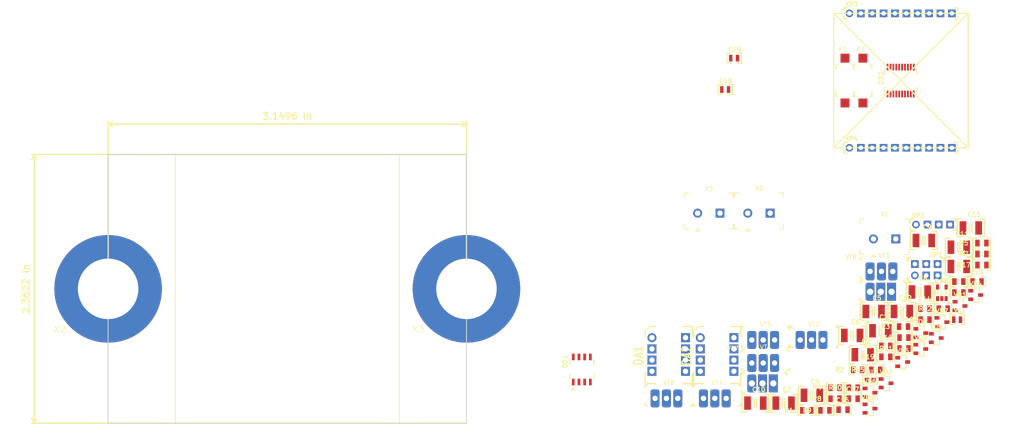
<source format=kicad_pcb>
(kicad_pcb (version 20171130) (host pcbnew "(5.0.0)")

  (general
    (thickness 1.6)
    (drawings 14)
    (tracks 0)
    (zones 0)
    (modules 74)
    (nets 48)
  )

  (page A4)
  (layers
    (0 F.Cu signal)
    (31 B.Cu signal)
    (32 B.Adhes user)
    (33 F.Adhes user)
    (34 B.Paste user)
    (35 F.Paste user)
    (36 B.SilkS user)
    (37 F.SilkS user)
    (38 B.Mask user)
    (39 F.Mask user)
    (40 Dwgs.User user)
    (41 Cmts.User user)
    (42 Eco1.User user)
    (43 Eco2.User user)
    (44 Edge.Cuts user)
    (45 Margin user)
    (46 B.CrtYd user)
    (47 F.CrtYd user)
    (48 B.Fab user)
    (49 F.Fab user)
  )

  (setup
    (last_trace_width 0.25)
    (trace_clearance 0.2)
    (zone_clearance 0.508)
    (zone_45_only no)
    (trace_min 0.2)
    (segment_width 0.25)
    (edge_width 0.25)
    (via_size 0.8)
    (via_drill 0.4)
    (via_min_size 0.4)
    (via_min_drill 0.3)
    (uvia_size 0.3)
    (uvia_drill 0.1)
    (uvias_allowed no)
    (uvia_min_size 0.2)
    (uvia_min_drill 0.1)
    (pcb_text_width 0.3)
    (pcb_text_size 1.5 1.5)
    (mod_edge_width 0.15)
    (mod_text_size 1 1)
    (mod_text_width 0.15)
    (pad_size 1.524 1.524)
    (pad_drill 0.762)
    (pad_to_mask_clearance 0.2)
    (aux_axis_origin 0 0)
    (visible_elements 7FFFFFFF)
    (pcbplotparams
      (layerselection 0x010fc_ffffffff)
      (usegerberextensions false)
      (usegerberattributes false)
      (usegerberadvancedattributes false)
      (creategerberjobfile false)
      (excludeedgelayer true)
      (linewidth 0.100000)
      (plotframeref false)
      (viasonmask false)
      (mode 1)
      (useauxorigin false)
      (hpglpennumber 1)
      (hpglpenspeed 20)
      (hpglpendiameter 15.000000)
      (psnegative false)
      (psa4output false)
      (plotreference true)
      (plotvalue true)
      (plotinvisibletext false)
      (padsonsilk false)
      (subtractmaskfromsilk false)
      (outputformat 1)
      (mirror false)
      (drillshape 1)
      (scaleselection 1)
      (outputdirectory ""))
  )

  (net 0 "")
  (net 1 "Net-(C1-Pad1)")
  (net 2 "Net-(C1-Pad2)")
  (net 3 /+5)
  (net 4 /0В)
  (net 5 /VCC)
  (net 6 /TX_ext)
  (net 7 /RX)
  (net 8 "Net-(DA1-Pad3)")
  (net 9 "Net-(DA1-Pad2)")
  (net 10 "Net-(DA2-Pad2)")
  (net 11 "Net-(DA2-Pad3)")
  (net 12 "Net-(DA2-Pad4)")
  (net 13 "Net-(DA2-Pad5)")
  (net 14 "Net-(DA2-Pad6)")
  (net 15 /EnRS_ext)
  (net 16 /G4)
  (net 17 /G3)
  (net 18 /G2)
  (net 19 /G1)
  (net 20 /RES)
  (net 21 /TX)
  (net 22 /EnRS)
  (net 23 /RX_ext)
  (net 24 /A)
  (net 25 /B)
  (net 26 /+6В)
  (net 27 "Net-(R1-Pad1)")
  (net 28 "Net-(R2-Pad1)")
  (net 29 "Net-(R3-Pad1)")
  (net 30 /+3В)
  (net 31 "Net-(R10-Pad1)")
  (net 32 /VCCprog)
  (net 33 /ADC_T1)
  (net 34 /ADCT2)
  (net 35 /+5В_эфир)
  (net 36 /GND_эфир)
  (net 37 /BOOT_mode)
  (net 38 /ADC_3V)
  (net 39 /ADC5_6V)
  (net 40 /TXboot_SCL)
  (net 41 /RXboot_SDA)
  (net 42 /DIO)
  (net 43 /CLK)
  (net 44 "Net-(G1-Pad4)")
  (net 45 "Net-(G1-Pad5)")
  (net 46 "Net-(HL1-Pad1)")
  (net 47 "Net-(R18-Pad1)")

  (net_class Default "Это класс цепей по умолчанию."
    (clearance 0.2)
    (trace_width 0.25)
    (via_dia 0.8)
    (via_drill 0.4)
    (uvia_dia 0.3)
    (uvia_drill 0.1)
    (add_net /+3В)
    (add_net /+5)
    (add_net /+5В_эфир)
    (add_net /+6В)
    (add_net /0В)
    (add_net /A)
    (add_net /ADC5_6V)
    (add_net /ADCT2)
    (add_net /ADC_3V)
    (add_net /ADC_T1)
    (add_net /B)
    (add_net /BOOT_mode)
    (add_net /CLK)
    (add_net /DIO)
    (add_net /EnRS)
    (add_net /EnRS_ext)
    (add_net /G1)
    (add_net /G2)
    (add_net /G3)
    (add_net /G4)
    (add_net /GND_эфир)
    (add_net /RES)
    (add_net /RX)
    (add_net /RX_ext)
    (add_net /RXboot_SDA)
    (add_net /TX)
    (add_net /TX_ext)
    (add_net /TXboot_SCL)
    (add_net /VCC)
    (add_net /VCCprog)
    (add_net "Net-(C1-Pad1)")
    (add_net "Net-(C1-Pad2)")
    (add_net "Net-(DA1-Pad2)")
    (add_net "Net-(DA1-Pad3)")
    (add_net "Net-(DA2-Pad2)")
    (add_net "Net-(DA2-Pad3)")
    (add_net "Net-(DA2-Pad4)")
    (add_net "Net-(DA2-Pad5)")
    (add_net "Net-(DA2-Pad6)")
    (add_net "Net-(G1-Pad4)")
    (add_net "Net-(G1-Pad5)")
    (add_net "Net-(HL1-Pad1)")
    (add_net "Net-(R1-Pad1)")
    (add_net "Net-(R10-Pad1)")
    (add_net "Net-(R18-Pad1)")
    (add_net "Net-(R2-Pad1)")
    (add_net "Net-(R3-Pad1)")
  )

  (module N_DD:SSOP-20 (layer F.Cu) (tedit 5C6EDBB1) (tstamp 5C6F036D)
    (at 249 41 90)
    (path /5C6CE958)
    (fp_text reference DD2 (at 3.6 -1.4 90) (layer F.SilkS)
      (effects (font (size 1 1) (thickness 0.2)))
    )
    (fp_text value "STM32F030F4P6(TSSOP-20)" (at 1.5 10.25 90) (layer F.Fab)
      (effects (font (size 1 1) (thickness 0.15)))
    )
    (fp_circle (center 0 -0.6) (end 0.1 -0.6) (layer F.SilkS) (width 0.25))
    (fp_line (start 4.4 6.5) (end 5.4 6.5) (layer F.SilkS) (width 0.25))
    (fp_line (start 0.6 6.5) (end 1.6 6.5) (layer F.SilkS) (width 0.25))
    (fp_line (start 0.6 -0.6) (end 1.6 -0.6) (layer F.SilkS) (width 0.25))
    (fp_line (start 4.4 -0.6) (end 5.4 -0.6) (layer F.SilkS) (width 0.25))
    (pad 11 smd rect (at 6 5.85 90) (size 1.5 0.4) (layers F.Cu F.Paste F.Mask)
      (net 34 /ADCT2))
    (pad 10 smd rect (at 0 5.85 90) (size 1.5 0.4) (layers F.Cu F.Paste F.Mask)
      (net 22 /EnRS))
    (pad 12 smd rect (at 6 5.2 90) (size 1.5 0.4) (layers F.Cu F.Paste F.Mask)
      (net 33 /ADC_T1))
    (pad 9 smd rect (at 0 5.2 90) (size 1.5 0.4) (layers F.Cu F.Paste F.Mask)
      (net 7 /RX))
    (pad 13 smd rect (at 6 4.55 90) (size 1.5 0.4) (layers F.Cu F.Paste F.Mask)
      (net 38 /ADC_3V))
    (pad 8 smd rect (at 0 4.55 90) (size 1.5 0.4) (layers F.Cu F.Paste F.Mask)
      (net 21 /TX))
    (pad 14 smd rect (at 6 3.9 90) (size 1.5 0.4) (layers F.Cu F.Paste F.Mask)
      (net 39 /ADC5_6V))
    (pad 7 smd rect (at 0 3.9 90) (size 1.5 0.4) (layers F.Cu F.Paste F.Mask)
      (net 19 /G1))
    (pad 15 smd rect (at 6 3.25 90) (size 1.5 0.4) (layers F.Cu F.Paste F.Mask)
      (net 4 /0В))
    (pad 6 smd rect (at 0 3.25 90) (size 1.5 0.4) (layers F.Cu F.Paste F.Mask)
      (net 18 /G2))
    (pad 16 smd rect (at 6 2.6 90) (size 1.5 0.4) (layers F.Cu F.Paste F.Mask)
      (net 5 /VCC))
    (pad 5 smd rect (at 0 2.6 90) (size 1.5 0.4) (layers F.Cu F.Paste F.Mask)
      (net 5 /VCC))
    (pad 17 smd rect (at 6 1.95 90) (size 1.5 0.4) (layers F.Cu F.Paste F.Mask)
      (net 40 /TXboot_SCL))
    (pad 4 smd rect (at 0 1.95 90) (size 1.5 0.4) (layers F.Cu F.Paste F.Mask)
      (net 20 /RES))
    (pad 18 smd rect (at 6 1.3 90) (size 1.5 0.4) (layers F.Cu F.Paste F.Mask)
      (net 41 /RXboot_SDA))
    (pad 3 smd rect (at 0 1.3 90) (size 1.5 0.4) (layers F.Cu F.Paste F.Mask)
      (net 17 /G3))
    (pad 19 smd rect (at 6 0.65 90) (size 1.5 0.4) (layers F.Cu F.Paste F.Mask)
      (net 42 /DIO))
    (pad 2 smd rect (at 0 0.65 90) (size 1.5 0.4) (layers F.Cu F.Paste F.Mask)
      (net 16 /G4))
    (pad 20 smd rect (at 6 0 90) (size 1.5 0.4) (layers F.Cu F.Paste F.Mask)
      (net 43 /CLK))
    (pad 1 smd rect (at 0 0 90) (size 1.5 0.4) (layers F.Cu F.Paste F.Mask)
      (net 37 /BOOT_mode))
    (model ${N_3D}/TSSOP20_TP.STEP
      (at (xyz 0 0 0))
      (scale (xyz 1 1 1))
      (rotate (xyz 0 0 0))
    )
  )

  (module N_X:Отверстие_М12 (layer F.Cu) (tedit 5C6ED4AE) (tstamp 5C5DA73E)
    (at 155 84.5)
    (path /5C512055)
    (fp_text reference X3 (at -10.75 9) (layer F.SilkS)
      (effects (font (size 1.5 1.5) (thickness 0.15)))
    )
    (fp_text value "Минус(M12)" (at 0 13) (layer F.Fab)
      (effects (font (size 1 1) (thickness 0.15)))
    )
    (pad 1 thru_hole circle (at 0 0) (size 24 24) (drill 13.5) (layers *.Cu *.Paste *.Mask)
      (net 4 /0В))
  )

  (module N_X:Отверстие_М12 (layer F.Cu) (tedit 5C6ED4AE) (tstamp 5C5DA6F6)
    (at 75 84.5)
    (path /5C50EE76)
    (fp_text reference X2 (at -10.75 9) (layer F.SilkS)
      (effects (font (size 1.5 1.5) (thickness 0.15)))
    )
    (fp_text value "Средняя точка(M12)" (at 0 13) (layer F.Fab)
      (effects (font (size 1 1) (thickness 0.15)))
    )
    (pad 1 thru_hole circle (at 0 0) (size 24 24) (drill 13.5) (layers *.Cu *.Paste *.Mask)
      (net 30 /+3В))
  )

  (module N_RLC:Конденсатор_SMD_1210 (layer F.Cu) (tedit 5C2A38E7) (tstamp 5C6EDD90)
    (at 263.150001 79.500001)
    (path /5C54A35E)
    (fp_text reference C1 (at 2.5 -3 180) (layer F.SilkS)
      (effects (font (size 1 1) (thickness 0.2)))
    )
    (fp_text value "4.7мкФ, 1210" (at 2.55 3.55) (layer F.Fab)
      (effects (font (size 1 1) (thickness 0.15)))
    )
    (fp_line (start 4.75 2) (end 3.65 2) (layer F.SilkS) (width 0.3))
    (fp_line (start 4.75 -2) (end 4.75 2) (layer F.SilkS) (width 0.3))
    (fp_line (start -1.25 -2) (end -1.25 2) (layer F.SilkS) (width 0.3))
    (fp_line (start -1.25 -2) (end -0.15 -2) (layer F.SilkS) (width 0.3))
    (fp_line (start -1.25 2) (end -0.15 2) (layer F.SilkS) (width 0.3))
    (fp_line (start 4.75 -2) (end 3.65 -2) (layer F.SilkS) (width 0.3))
    (fp_line (start 2 -1) (end 2 1) (layer F.SilkS) (width 0.3))
    (fp_line (start 1.5 -1) (end 1.5 1) (layer F.SilkS) (width 0.3))
    (fp_line (start 2 0) (end 2.25 0) (layer F.SilkS) (width 0.3))
    (fp_line (start 1.5 0) (end 1.25 0) (layer F.SilkS) (width 0.3))
    (pad 2 smd rect (at 3.5 0) (size 1.5 3) (layers F.Cu F.Paste F.Mask)
      (net 2 "Net-(C1-Pad2)") (clearance 0.2))
    (pad 1 smd rect (at 0 0) (size 1.5 3) (layers F.Cu F.Paste F.Mask)
      (net 1 "Net-(C1-Pad1)") (clearance 0.2))
    (model ${N_3D}/Cap_1210.stp
      (offset (xyz 0.1 -1.25 2))
      (scale (xyz 1 1 1))
      (rotate (xyz 90 0 0))
    )
  )

  (module N_RLC:Конденсатор_SMD_1210 (layer F.Cu) (tedit 5C2A38E7) (tstamp 5C6EDDA0)
    (at 241.700001 99.200001)
    (path /5C54C983)
    (fp_text reference C2 (at 2.5 -3 180) (layer F.SilkS)
      (effects (font (size 1 1) (thickness 0.2)))
    )
    (fp_text value "4.7мкФ, 1210" (at 2.55 3.55) (layer F.Fab)
      (effects (font (size 1 1) (thickness 0.15)))
    )
    (fp_line (start 1.5 0) (end 1.25 0) (layer F.SilkS) (width 0.3))
    (fp_line (start 2 0) (end 2.25 0) (layer F.SilkS) (width 0.3))
    (fp_line (start 1.5 -1) (end 1.5 1) (layer F.SilkS) (width 0.3))
    (fp_line (start 2 -1) (end 2 1) (layer F.SilkS) (width 0.3))
    (fp_line (start 4.75 -2) (end 3.65 -2) (layer F.SilkS) (width 0.3))
    (fp_line (start -1.25 2) (end -0.15 2) (layer F.SilkS) (width 0.3))
    (fp_line (start -1.25 -2) (end -0.15 -2) (layer F.SilkS) (width 0.3))
    (fp_line (start -1.25 -2) (end -1.25 2) (layer F.SilkS) (width 0.3))
    (fp_line (start 4.75 -2) (end 4.75 2) (layer F.SilkS) (width 0.3))
    (fp_line (start 4.75 2) (end 3.65 2) (layer F.SilkS) (width 0.3))
    (pad 1 smd rect (at 0 0) (size 1.5 3) (layers F.Cu F.Paste F.Mask)
      (net 1 "Net-(C1-Pad1)") (clearance 0.2))
    (pad 2 smd rect (at 3.5 0) (size 1.5 3) (layers F.Cu F.Paste F.Mask)
      (net 2 "Net-(C1-Pad2)") (clearance 0.2))
    (model ${N_3D}/Cap_1210.stp
      (offset (xyz 0.1 -1.25 2))
      (scale (xyz 1 1 1))
      (rotate (xyz 90 0 0))
    )
  )

  (module N_RLC:Конденсатор_SMD_1210 (layer F.Cu) (tedit 5C2A38E7) (tstamp 5C6EDDB0)
    (at 245.650001 93.850001)
    (path /5C54EB1C)
    (fp_text reference C3 (at 2.5 -3 180) (layer F.SilkS)
      (effects (font (size 1 1) (thickness 0.2)))
    )
    (fp_text value "4.7мкФ, 1210" (at 2.55 3.55) (layer F.Fab)
      (effects (font (size 1 1) (thickness 0.15)))
    )
    (fp_line (start 4.75 2) (end 3.65 2) (layer F.SilkS) (width 0.3))
    (fp_line (start 4.75 -2) (end 4.75 2) (layer F.SilkS) (width 0.3))
    (fp_line (start -1.25 -2) (end -1.25 2) (layer F.SilkS) (width 0.3))
    (fp_line (start -1.25 -2) (end -0.15 -2) (layer F.SilkS) (width 0.3))
    (fp_line (start -1.25 2) (end -0.15 2) (layer F.SilkS) (width 0.3))
    (fp_line (start 4.75 -2) (end 3.65 -2) (layer F.SilkS) (width 0.3))
    (fp_line (start 2 -1) (end 2 1) (layer F.SilkS) (width 0.3))
    (fp_line (start 1.5 -1) (end 1.5 1) (layer F.SilkS) (width 0.3))
    (fp_line (start 2 0) (end 2.25 0) (layer F.SilkS) (width 0.3))
    (fp_line (start 1.5 0) (end 1.25 0) (layer F.SilkS) (width 0.3))
    (pad 2 smd rect (at 3.5 0) (size 1.5 3) (layers F.Cu F.Paste F.Mask)
      (net 2 "Net-(C1-Pad2)") (clearance 0.2))
    (pad 1 smd rect (at 0 0) (size 1.5 3) (layers F.Cu F.Paste F.Mask)
      (net 1 "Net-(C1-Pad1)") (clearance 0.2))
    (model ${N_3D}/Cap_1210.stp
      (offset (xyz 0.1 -1.25 2))
      (scale (xyz 1 1 1))
      (rotate (xyz 90 0 0))
    )
  )

  (module N_RLC:Конденсатор_SMD_1210 (layer F.Cu) (tedit 5C2A38E7) (tstamp 5C6EDDC0)
    (at 230.350001 108.250001)
    (path /5C550B30)
    (fp_text reference C4 (at 2.5 -3 180) (layer F.SilkS)
      (effects (font (size 1 1) (thickness 0.2)))
    )
    (fp_text value "4.7мкФ, 1210" (at 2.55 3.55) (layer F.Fab)
      (effects (font (size 1 1) (thickness 0.15)))
    )
    (fp_line (start 1.5 0) (end 1.25 0) (layer F.SilkS) (width 0.3))
    (fp_line (start 2 0) (end 2.25 0) (layer F.SilkS) (width 0.3))
    (fp_line (start 1.5 -1) (end 1.5 1) (layer F.SilkS) (width 0.3))
    (fp_line (start 2 -1) (end 2 1) (layer F.SilkS) (width 0.3))
    (fp_line (start 4.75 -2) (end 3.65 -2) (layer F.SilkS) (width 0.3))
    (fp_line (start -1.25 2) (end -0.15 2) (layer F.SilkS) (width 0.3))
    (fp_line (start -1.25 -2) (end -0.15 -2) (layer F.SilkS) (width 0.3))
    (fp_line (start -1.25 -2) (end -1.25 2) (layer F.SilkS) (width 0.3))
    (fp_line (start 4.75 -2) (end 4.75 2) (layer F.SilkS) (width 0.3))
    (fp_line (start 4.75 2) (end 3.65 2) (layer F.SilkS) (width 0.3))
    (pad 1 smd rect (at 0 0) (size 1.5 3) (layers F.Cu F.Paste F.Mask)
      (net 1 "Net-(C1-Pad1)") (clearance 0.2))
    (pad 2 smd rect (at 3.5 0) (size 1.5 3) (layers F.Cu F.Paste F.Mask)
      (net 2 "Net-(C1-Pad2)") (clearance 0.2))
    (model ${N_3D}/Cap_1210.stp
      (offset (xyz 0.1 -1.25 2))
      (scale (xyz 1 1 1))
      (rotate (xyz 90 0 0))
    )
  )

  (module N_RLC:Конденсатор_SMD_1210 (layer F.Cu) (tedit 5C2A38E7) (tstamp 5C6EDDD0)
    (at 244.150001 89.550001)
    (path /5C56C82B)
    (fp_text reference C5 (at 2.5 -3 180) (layer F.SilkS)
      (effects (font (size 1 1) (thickness 0.2)))
    )
    (fp_text value "4.7мкФ, 1210" (at 2.55 3.55) (layer F.Fab)
      (effects (font (size 1 1) (thickness 0.15)))
    )
    (fp_line (start 1.5 0) (end 1.25 0) (layer F.SilkS) (width 0.3))
    (fp_line (start 2 0) (end 2.25 0) (layer F.SilkS) (width 0.3))
    (fp_line (start 1.5 -1) (end 1.5 1) (layer F.SilkS) (width 0.3))
    (fp_line (start 2 -1) (end 2 1) (layer F.SilkS) (width 0.3))
    (fp_line (start 4.75 -2) (end 3.65 -2) (layer F.SilkS) (width 0.3))
    (fp_line (start -1.25 2) (end -0.15 2) (layer F.SilkS) (width 0.3))
    (fp_line (start -1.25 -2) (end -0.15 -2) (layer F.SilkS) (width 0.3))
    (fp_line (start -1.25 -2) (end -1.25 2) (layer F.SilkS) (width 0.3))
    (fp_line (start 4.75 -2) (end 4.75 2) (layer F.SilkS) (width 0.3))
    (fp_line (start 4.75 2) (end 3.65 2) (layer F.SilkS) (width 0.3))
    (pad 1 smd rect (at 0 0) (size 1.5 3) (layers F.Cu F.Paste F.Mask)
      (net 1 "Net-(C1-Pad1)") (clearance 0.2))
    (pad 2 smd rect (at 3.5 0) (size 1.5 3) (layers F.Cu F.Paste F.Mask)
      (net 2 "Net-(C1-Pad2)") (clearance 0.2))
    (model ${N_3D}/Cap_1210.stp
      (offset (xyz 0.1 -1.25 2))
      (scale (xyz 1 1 1))
      (rotate (xyz 90 0 0))
    )
  )

  (module N_RLC:Конденсатор_SMD_1210 (layer F.Cu) (tedit 5C2A38E7) (tstamp 5C6EDDE0)
    (at 239.350001 94.900001)
    (path /5C56C831)
    (fp_text reference C6 (at 2.5 -3 180) (layer F.SilkS)
      (effects (font (size 1 1) (thickness 0.2)))
    )
    (fp_text value "4.7мкФ, 1210" (at 2.55 3.55) (layer F.Fab)
      (effects (font (size 1 1) (thickness 0.15)))
    )
    (fp_line (start 1.5 0) (end 1.25 0) (layer F.SilkS) (width 0.3))
    (fp_line (start 2 0) (end 2.25 0) (layer F.SilkS) (width 0.3))
    (fp_line (start 1.5 -1) (end 1.5 1) (layer F.SilkS) (width 0.3))
    (fp_line (start 2 -1) (end 2 1) (layer F.SilkS) (width 0.3))
    (fp_line (start 4.75 -2) (end 3.65 -2) (layer F.SilkS) (width 0.3))
    (fp_line (start -1.25 2) (end -0.15 2) (layer F.SilkS) (width 0.3))
    (fp_line (start -1.25 -2) (end -0.15 -2) (layer F.SilkS) (width 0.3))
    (fp_line (start -1.25 -2) (end -1.25 2) (layer F.SilkS) (width 0.3))
    (fp_line (start 4.75 -2) (end 4.75 2) (layer F.SilkS) (width 0.3))
    (fp_line (start 4.75 2) (end 3.65 2) (layer F.SilkS) (width 0.3))
    (pad 1 smd rect (at 0 0) (size 1.5 3) (layers F.Cu F.Paste F.Mask)
      (net 1 "Net-(C1-Pad1)") (clearance 0.2))
    (pad 2 smd rect (at 3.5 0) (size 1.5 3) (layers F.Cu F.Paste F.Mask)
      (net 2 "Net-(C1-Pad2)") (clearance 0.2))
    (model ${N_3D}/Cap_1210.stp
      (offset (xyz 0.1 -1.25 2))
      (scale (xyz 1 1 1))
      (rotate (xyz 90 0 0))
    )
  )

  (module N_RLC:Конденсатор_SMD_1210 (layer F.Cu) (tedit 5C2A38E7) (tstamp 5C6EDDF0)
    (at 224.050001 110.000001)
    (path /5C56C837)
    (fp_text reference C7 (at 2.5 -3 180) (layer F.SilkS)
      (effects (font (size 1 1) (thickness 0.2)))
    )
    (fp_text value "4.7мкФ, 1210" (at 2.55 3.55) (layer F.Fab)
      (effects (font (size 1 1) (thickness 0.15)))
    )
    (fp_line (start 4.75 2) (end 3.65 2) (layer F.SilkS) (width 0.3))
    (fp_line (start 4.75 -2) (end 4.75 2) (layer F.SilkS) (width 0.3))
    (fp_line (start -1.25 -2) (end -1.25 2) (layer F.SilkS) (width 0.3))
    (fp_line (start -1.25 -2) (end -0.15 -2) (layer F.SilkS) (width 0.3))
    (fp_line (start -1.25 2) (end -0.15 2) (layer F.SilkS) (width 0.3))
    (fp_line (start 4.75 -2) (end 3.65 -2) (layer F.SilkS) (width 0.3))
    (fp_line (start 2 -1) (end 2 1) (layer F.SilkS) (width 0.3))
    (fp_line (start 1.5 -1) (end 1.5 1) (layer F.SilkS) (width 0.3))
    (fp_line (start 2 0) (end 2.25 0) (layer F.SilkS) (width 0.3))
    (fp_line (start 1.5 0) (end 1.25 0) (layer F.SilkS) (width 0.3))
    (pad 2 smd rect (at 3.5 0) (size 1.5 3) (layers F.Cu F.Paste F.Mask)
      (net 2 "Net-(C1-Pad2)") (clearance 0.2))
    (pad 1 smd rect (at 0 0) (size 1.5 3) (layers F.Cu F.Paste F.Mask)
      (net 1 "Net-(C1-Pad1)") (clearance 0.2))
    (model ${N_3D}/Cap_1210.stp
      (offset (xyz 0.1 -1.25 2))
      (scale (xyz 1 1 1))
      (rotate (xyz 90 0 0))
    )
  )

  (module N_RLC:Конденсатор_SMD_1210 (layer F.Cu) (tedit 5C2A38E7) (tstamp 5C6EDE00)
    (at 254.450001 85.200001)
    (path /5C56FBC1)
    (fp_text reference C8 (at 2.5 -3 180) (layer F.SilkS)
      (effects (font (size 1 1) (thickness 0.2)))
    )
    (fp_text value "4.7мкФ, 1210" (at 2.55 3.55) (layer F.Fab)
      (effects (font (size 1 1) (thickness 0.15)))
    )
    (fp_line (start 1.5 0) (end 1.25 0) (layer F.SilkS) (width 0.3))
    (fp_line (start 2 0) (end 2.25 0) (layer F.SilkS) (width 0.3))
    (fp_line (start 1.5 -1) (end 1.5 1) (layer F.SilkS) (width 0.3))
    (fp_line (start 2 -1) (end 2 1) (layer F.SilkS) (width 0.3))
    (fp_line (start 4.75 -2) (end 3.65 -2) (layer F.SilkS) (width 0.3))
    (fp_line (start -1.25 2) (end -0.15 2) (layer F.SilkS) (width 0.3))
    (fp_line (start -1.25 -2) (end -0.15 -2) (layer F.SilkS) (width 0.3))
    (fp_line (start -1.25 -2) (end -1.25 2) (layer F.SilkS) (width 0.3))
    (fp_line (start 4.75 -2) (end 4.75 2) (layer F.SilkS) (width 0.3))
    (fp_line (start 4.75 2) (end 3.65 2) (layer F.SilkS) (width 0.3))
    (pad 1 smd rect (at 0 0) (size 1.5 3) (layers F.Cu F.Paste F.Mask)
      (net 1 "Net-(C1-Pad1)") (clearance 0.2))
    (pad 2 smd rect (at 3.5 0) (size 1.5 3) (layers F.Cu F.Paste F.Mask)
      (net 2 "Net-(C1-Pad2)") (clearance 0.2))
    (model ${N_3D}/Cap_1210.stp
      (offset (xyz 0.1 -1.25 2))
      (scale (xyz 1 1 1))
      (rotate (xyz 90 0 0))
    )
  )

  (module N_RLC:Конденсатор_SMD_1210 (layer F.Cu) (tedit 5C2A38E7) (tstamp 5C6EDE10)
    (at 255.350001 73.700001)
    (path /5C56FBC7)
    (fp_text reference C9 (at 2.5 -3 180) (layer F.SilkS)
      (effects (font (size 1 1) (thickness 0.2)))
    )
    (fp_text value "4.7мкФ, 1210" (at 2.55 3.55) (layer F.Fab)
      (effects (font (size 1 1) (thickness 0.15)))
    )
    (fp_line (start 4.75 2) (end 3.65 2) (layer F.SilkS) (width 0.3))
    (fp_line (start 4.75 -2) (end 4.75 2) (layer F.SilkS) (width 0.3))
    (fp_line (start -1.25 -2) (end -1.25 2) (layer F.SilkS) (width 0.3))
    (fp_line (start -1.25 -2) (end -0.15 -2) (layer F.SilkS) (width 0.3))
    (fp_line (start -1.25 2) (end -0.15 2) (layer F.SilkS) (width 0.3))
    (fp_line (start 4.75 -2) (end 3.65 -2) (layer F.SilkS) (width 0.3))
    (fp_line (start 2 -1) (end 2 1) (layer F.SilkS) (width 0.3))
    (fp_line (start 1.5 -1) (end 1.5 1) (layer F.SilkS) (width 0.3))
    (fp_line (start 2 0) (end 2.25 0) (layer F.SilkS) (width 0.3))
    (fp_line (start 1.5 0) (end 1.25 0) (layer F.SilkS) (width 0.3))
    (pad 2 smd rect (at 3.5 0) (size 1.5 3) (layers F.Cu F.Paste F.Mask)
      (net 2 "Net-(C1-Pad2)") (clearance 0.2))
    (pad 1 smd rect (at 0 0) (size 1.5 3) (layers F.Cu F.Paste F.Mask)
      (net 1 "Net-(C1-Pad1)") (clearance 0.2))
    (model ${N_3D}/Cap_1210.stp
      (offset (xyz 0.1 -1.25 2))
      (scale (xyz 1 1 1))
      (rotate (xyz 90 0 0))
    )
  )

  (module N_RLC:Конденсатор_SMD_1210 (layer F.Cu) (tedit 5C2A38E7) (tstamp 5C6EDE20)
    (at 217.750001 110.000001)
    (path /5C56FBCD)
    (fp_text reference C10 (at 2.5 -3 180) (layer F.SilkS)
      (effects (font (size 1 1) (thickness 0.2)))
    )
    (fp_text value "4.7мкФ, 1210" (at 2.55 3.55) (layer F.Fab)
      (effects (font (size 1 1) (thickness 0.15)))
    )
    (fp_line (start 4.75 2) (end 3.65 2) (layer F.SilkS) (width 0.3))
    (fp_line (start 4.75 -2) (end 4.75 2) (layer F.SilkS) (width 0.3))
    (fp_line (start -1.25 -2) (end -1.25 2) (layer F.SilkS) (width 0.3))
    (fp_line (start -1.25 -2) (end -0.15 -2) (layer F.SilkS) (width 0.3))
    (fp_line (start -1.25 2) (end -0.15 2) (layer F.SilkS) (width 0.3))
    (fp_line (start 4.75 -2) (end 3.65 -2) (layer F.SilkS) (width 0.3))
    (fp_line (start 2 -1) (end 2 1) (layer F.SilkS) (width 0.3))
    (fp_line (start 1.5 -1) (end 1.5 1) (layer F.SilkS) (width 0.3))
    (fp_line (start 2 0) (end 2.25 0) (layer F.SilkS) (width 0.3))
    (fp_line (start 1.5 0) (end 1.25 0) (layer F.SilkS) (width 0.3))
    (pad 2 smd rect (at 3.5 0) (size 1.5 3) (layers F.Cu F.Paste F.Mask)
      (net 2 "Net-(C1-Pad2)") (clearance 0.2))
    (pad 1 smd rect (at 0 0) (size 1.5 3) (layers F.Cu F.Paste F.Mask)
      (net 1 "Net-(C1-Pad1)") (clearance 0.2))
    (model ${N_3D}/Cap_1210.stp
      (offset (xyz 0.1 -1.25 2))
      (scale (xyz 1 1 1))
      (rotate (xyz 90 0 0))
    )
  )

  (module N_RLC:Конденсатор_SMD_1210 (layer F.Cu) (tedit 5C2A38E7) (tstamp 5C6EDE30)
    (at 263.150001 75.200001)
    (path /5C6B3DE9)
    (fp_text reference C11 (at 2.5 -3 180) (layer F.SilkS)
      (effects (font (size 1 1) (thickness 0.2)))
    )
    (fp_text value "4.7мкФ, 1210" (at 2.55 3.55) (layer F.Fab)
      (effects (font (size 1 1) (thickness 0.15)))
    )
    (fp_line (start 4.75 2) (end 3.65 2) (layer F.SilkS) (width 0.3))
    (fp_line (start 4.75 -2) (end 4.75 2) (layer F.SilkS) (width 0.3))
    (fp_line (start -1.25 -2) (end -1.25 2) (layer F.SilkS) (width 0.3))
    (fp_line (start -1.25 -2) (end -0.15 -2) (layer F.SilkS) (width 0.3))
    (fp_line (start -1.25 2) (end -0.15 2) (layer F.SilkS) (width 0.3))
    (fp_line (start 4.75 -2) (end 3.65 -2) (layer F.SilkS) (width 0.3))
    (fp_line (start 2 -1) (end 2 1) (layer F.SilkS) (width 0.3))
    (fp_line (start 1.5 -1) (end 1.5 1) (layer F.SilkS) (width 0.3))
    (fp_line (start 2 0) (end 2.25 0) (layer F.SilkS) (width 0.3))
    (fp_line (start 1.5 0) (end 1.25 0) (layer F.SilkS) (width 0.3))
    (pad 2 smd rect (at 3.5 0) (size 1.5 3) (layers F.Cu F.Paste F.Mask)
      (net 2 "Net-(C1-Pad2)") (clearance 0.2))
    (pad 1 smd rect (at 0 0) (size 1.5 3) (layers F.Cu F.Paste F.Mask)
      (net 1 "Net-(C1-Pad1)") (clearance 0.2))
    (model ${N_3D}/Cap_1210.stp
      (offset (xyz 0.1 -1.25 2))
      (scale (xyz 1 1 1))
      (rotate (xyz 90 0 0))
    )
  )

  (module N_RLC:Конденсатор_SMD_1210 (layer F.Cu) (tedit 5C2A38E7) (tstamp 5C6EDE40)
    (at 250.450001 89.550001)
    (path /5C6B3DEF)
    (fp_text reference C12 (at 2.5 -3 180) (layer F.SilkS)
      (effects (font (size 1 1) (thickness 0.2)))
    )
    (fp_text value "4.7мкФ, 1210" (at 2.55 3.55) (layer F.Fab)
      (effects (font (size 1 1) (thickness 0.15)))
    )
    (fp_line (start 1.5 0) (end 1.25 0) (layer F.SilkS) (width 0.3))
    (fp_line (start 2 0) (end 2.25 0) (layer F.SilkS) (width 0.3))
    (fp_line (start 1.5 -1) (end 1.5 1) (layer F.SilkS) (width 0.3))
    (fp_line (start 2 -1) (end 2 1) (layer F.SilkS) (width 0.3))
    (fp_line (start 4.75 -2) (end 3.65 -2) (layer F.SilkS) (width 0.3))
    (fp_line (start -1.25 2) (end -0.15 2) (layer F.SilkS) (width 0.3))
    (fp_line (start -1.25 -2) (end -0.15 -2) (layer F.SilkS) (width 0.3))
    (fp_line (start -1.25 -2) (end -1.25 2) (layer F.SilkS) (width 0.3))
    (fp_line (start 4.75 -2) (end 4.75 2) (layer F.SilkS) (width 0.3))
    (fp_line (start 4.75 2) (end 3.65 2) (layer F.SilkS) (width 0.3))
    (pad 1 smd rect (at 0 0) (size 1.5 3) (layers F.Cu F.Paste F.Mask)
      (net 1 "Net-(C1-Pad1)") (clearance 0.2))
    (pad 2 smd rect (at 3.5 0) (size 1.5 3) (layers F.Cu F.Paste F.Mask)
      (net 2 "Net-(C1-Pad2)") (clearance 0.2))
    (model ${N_3D}/Cap_1210.stp
      (offset (xyz 0.1 -1.25 2))
      (scale (xyz 1 1 1))
      (rotate (xyz 90 0 0))
    )
  )

  (module N_RLC:Конденсатор_SMD_0805 (layer F.Cu) (tedit 5C5F099F) (tstamp 5C6EDE4C)
    (at 267.975001 82.875001)
    (path /5CC883E8)
    (fp_text reference C13 (at 0.9 -2.1) (layer F.SilkS)
      (effects (font (size 1 1) (thickness 0.2)))
    )
    (fp_text value "4.7мкФ, 0805" (at 1.29 2.09) (layer F.Fab) hide
      (effects (font (size 2 1.6) (thickness 0.3)))
    )
    (fp_line (start -0.9 -1.1) (end 0.1 -1.1) (layer F.SilkS) (width 0.25))
    (fp_line (start 2.9 -1.1) (end 1.9 -1.1) (layer F.SilkS) (width 0.25))
    (fp_line (start 2.9 1.1) (end 1.9 1.1) (layer F.SilkS) (width 0.25))
    (fp_line (start -0.9 1.1) (end 0.1 1.1) (layer F.SilkS) (width 0.25))
    (fp_line (start 2.9 -1.1) (end 2.9 1.1) (layer F.SilkS) (width 0.25))
    (fp_line (start -0.9 1.1) (end -0.9 -1.1) (layer F.SilkS) (width 0.25))
    (pad 2 smd rect (at 2 0) (size 1 1.5) (layers F.Cu F.Paste F.Mask)
      (net 33 /ADC_T1) (clearance 0.2))
    (pad 1 smd rect (at 0 0) (size 1 1.5) (layers F.Cu F.Paste F.Mask)
      (net 30 /+3В) (clearance 0.2))
    (model ${N_3D}/Res_0805.stp
      (offset (xyz 0.05 0.61 0))
      (scale (xyz 1 1 1))
      (rotate (xyz 0 0 90))
    )
  )

  (module N_RLC:Конденсатор_SMD_0805 (layer F.Cu) (tedit 5C5F099F) (tstamp 5C6EDE58)
    (at 256.375001 88.925001)
    (path /5CB35741)
    (fp_text reference C14 (at 0.9 -2.1) (layer F.SilkS)
      (effects (font (size 1 1) (thickness 0.2)))
    )
    (fp_text value "4.7мкФ, 0805" (at 1.29 2.09) (layer F.Fab) hide
      (effects (font (size 2 1.6) (thickness 0.3)))
    )
    (fp_line (start -0.9 1.1) (end -0.9 -1.1) (layer F.SilkS) (width 0.25))
    (fp_line (start 2.9 -1.1) (end 2.9 1.1) (layer F.SilkS) (width 0.25))
    (fp_line (start -0.9 1.1) (end 0.1 1.1) (layer F.SilkS) (width 0.25))
    (fp_line (start 2.9 1.1) (end 1.9 1.1) (layer F.SilkS) (width 0.25))
    (fp_line (start 2.9 -1.1) (end 1.9 -1.1) (layer F.SilkS) (width 0.25))
    (fp_line (start -0.9 -1.1) (end 0.1 -1.1) (layer F.SilkS) (width 0.25))
    (pad 1 smd rect (at 0 0) (size 1 1.5) (layers F.Cu F.Paste F.Mask)
      (net 34 /ADCT2) (clearance 0.2))
    (pad 2 smd rect (at 2 0) (size 1 1.5) (layers F.Cu F.Paste F.Mask)
      (net 4 /0В) (clearance 0.2))
    (model ${N_3D}/Res_0805.stp
      (offset (xyz 0.05 0.61 0))
      (scale (xyz 1 1 1))
      (rotate (xyz 0 0 90))
    )
  )

  (module N_RLC:Конденсатор_SMD_1210 (layer F.Cu) (tedit 5C2A38E7) (tstamp 5C6EDE68)
    (at 265.840001 70.900001)
    (path /5C56EAA5)
    (fp_text reference C15 (at 2.5 -3 180) (layer F.SilkS)
      (effects (font (size 1 1) (thickness 0.2)))
    )
    (fp_text value "4.7мкФ, 1210" (at 2.55 3.55) (layer F.Fab)
      (effects (font (size 1 1) (thickness 0.15)))
    )
    (fp_line (start 1.5 0) (end 1.25 0) (layer F.SilkS) (width 0.3))
    (fp_line (start 2 0) (end 2.25 0) (layer F.SilkS) (width 0.3))
    (fp_line (start 1.5 -1) (end 1.5 1) (layer F.SilkS) (width 0.3))
    (fp_line (start 2 -1) (end 2 1) (layer F.SilkS) (width 0.3))
    (fp_line (start 4.75 -2) (end 3.65 -2) (layer F.SilkS) (width 0.3))
    (fp_line (start -1.25 2) (end -0.15 2) (layer F.SilkS) (width 0.3))
    (fp_line (start -1.25 -2) (end -0.15 -2) (layer F.SilkS) (width 0.3))
    (fp_line (start -1.25 -2) (end -1.25 2) (layer F.SilkS) (width 0.3))
    (fp_line (start 4.75 -2) (end 4.75 2) (layer F.SilkS) (width 0.3))
    (fp_line (start 4.75 2) (end 3.65 2) (layer F.SilkS) (width 0.3))
    (pad 1 smd rect (at 0 0) (size 1.5 3) (layers F.Cu F.Paste F.Mask)
      (net 35 /+5В_эфир) (clearance 0.2))
    (pad 2 smd rect (at 3.5 0) (size 1.5 3) (layers F.Cu F.Paste F.Mask)
      (net 36 /GND_эфир) (clearance 0.2))
    (model ${N_3D}/Cap_1210.stp
      (offset (xyz 0.1 -1.25 2))
      (scale (xyz 1 1 1))
      (rotate (xyz 90 0 0))
    )
  )

  (module N_RLC:Конденсатор_SMD_0805 (layer F.Cu) (tedit 5C5F099F) (tstamp 5C6EDE74)
    (at 238.075001 111.475001)
    (path /5C6D1665)
    (fp_text reference C16 (at 0.9 -2.1) (layer F.SilkS)
      (effects (font (size 1 1) (thickness 0.2)))
    )
    (fp_text value "4.7мкФ, 0805" (at 1.29 2.09) (layer F.Fab) hide
      (effects (font (size 2 1.6) (thickness 0.3)))
    )
    (fp_line (start -0.9 -1.1) (end 0.1 -1.1) (layer F.SilkS) (width 0.25))
    (fp_line (start 2.9 -1.1) (end 1.9 -1.1) (layer F.SilkS) (width 0.25))
    (fp_line (start 2.9 1.1) (end 1.9 1.1) (layer F.SilkS) (width 0.25))
    (fp_line (start -0.9 1.1) (end 0.1 1.1) (layer F.SilkS) (width 0.25))
    (fp_line (start 2.9 -1.1) (end 2.9 1.1) (layer F.SilkS) (width 0.25))
    (fp_line (start -0.9 1.1) (end -0.9 -1.1) (layer F.SilkS) (width 0.25))
    (pad 2 smd rect (at 2 0) (size 1 1.5) (layers F.Cu F.Paste F.Mask)
      (net 4 /0В) (clearance 0.2))
    (pad 1 smd rect (at 0 0) (size 1 1.5) (layers F.Cu F.Paste F.Mask)
      (net 5 /VCC) (clearance 0.2))
    (model ${N_3D}/Res_0805.stp
      (offset (xyz 0.05 0.61 0))
      (scale (xyz 1 1 1))
      (rotate (xyz 0 0 90))
    )
  )

  (module N_RLC:Конденсатор_SMD_0805 (layer F.Cu) (tedit 5C5F099F) (tstamp 5C6EDE80)
    (at 240.325001 109.025001)
    (path /5C6E2093)
    (fp_text reference C17 (at 0.9 -2.1) (layer F.SilkS)
      (effects (font (size 1 1) (thickness 0.2)))
    )
    (fp_text value "4.7мкФ, 0805" (at 1.29 2.09) (layer F.Fab) hide
      (effects (font (size 2 1.6) (thickness 0.3)))
    )
    (fp_line (start -0.9 1.1) (end -0.9 -1.1) (layer F.SilkS) (width 0.25))
    (fp_line (start 2.9 -1.1) (end 2.9 1.1) (layer F.SilkS) (width 0.25))
    (fp_line (start -0.9 1.1) (end 0.1 1.1) (layer F.SilkS) (width 0.25))
    (fp_line (start 2.9 1.1) (end 1.9 1.1) (layer F.SilkS) (width 0.25))
    (fp_line (start 2.9 -1.1) (end 1.9 -1.1) (layer F.SilkS) (width 0.25))
    (fp_line (start -0.9 -1.1) (end 0.1 -1.1) (layer F.SilkS) (width 0.25))
    (pad 1 smd rect (at 0 0) (size 1 1.5) (layers F.Cu F.Paste F.Mask)
      (net 5 /VCC) (clearance 0.2))
    (pad 2 smd rect (at 2 0) (size 1 1.5) (layers F.Cu F.Paste F.Mask)
      (net 4 /0В) (clearance 0.2))
    (model ${N_3D}/Res_0805.stp
      (offset (xyz 0.05 0.61 0))
      (scale (xyz 1 1 1))
      (rotate (xyz 0 0 90))
    )
  )

  (module MOTOR_DD:DIP8 (layer F.Cu) (tedit 5BDBF8E8) (tstamp 5C6EDE95)
    (at 196.400001 95.400001)
    (path /5C6E06B7)
    (fp_text reference DA1 (at -3 4 90) (layer F.SilkS)
      (effects (font (size 2 1.6) (thickness 0.3)))
    )
    (fp_text value МОП-реле_КР293КП4 (at 4 10) (layer F.Fab)
      (effects (font (size 1 1) (thickness 0.15)))
    )
    (fp_line (start 9 -2.5) (end 9 -0.25) (layer F.SilkS) (width 0.3))
    (fp_line (start 8.9916 -2.5) (end 6.75 -2.5) (layer F.SilkS) (width 0.3))
    (fp_line (start 9 10.2352) (end 6.75 10.25) (layer F.SilkS) (width 0.3))
    (fp_line (start -1.5 10.25) (end 0.75 10.25) (layer F.SilkS) (width 0.3))
    (fp_line (start -1.5 10.25) (end -1.5 7.75) (layer F.SilkS) (width 0.3))
    (fp_line (start -1.5 -1.5) (end -1.5 -0.25) (layer F.SilkS) (width 0.3))
    (fp_line (start -0.5 -2.5) (end -1.5 -1.5) (layer F.SilkS) (width 0.3))
    (fp_line (start 9 8) (end 9 10.2352) (layer F.SilkS) (width 0.3))
    (fp_line (start 0.75 -2.5) (end -0.5 -2.5) (layer F.SilkS) (width 0.3))
    (pad 1 thru_hole circle (at 0 0) (size 2 2) (drill 1.2) (layers *.Cu *.Paste *.Mask)
      (net 4 /0В))
    (pad 2 thru_hole rect (at 0 2.5) (size 2 2) (drill 1.2) (layers *.Cu *.Paste *.Mask)
      (net 9 "Net-(DA1-Pad2)"))
    (pad 3 thru_hole rect (at 0 5) (size 2 2) (drill 1.2) (layers *.Cu *.Paste *.Mask)
      (net 8 "Net-(DA1-Pad3)"))
    (pad 4 thru_hole rect (at 0 7.5) (size 2 2) (drill 1.2) (layers *.Cu *.Paste *.Mask)
      (net 36 /GND_эфир))
    (pad 5 thru_hole rect (at 7.5 7.5) (size 2 2) (drill 1.2) (layers *.Cu *.Paste *.Mask)
      (net 3 /+5))
    (pad 6 thru_hole rect (at 7.5 5) (size 2 2) (drill 1.2) (layers *.Cu *.Paste *.Mask)
      (net 7 /RX))
    (pad 7 thru_hole rect (at 7.5 2.5) (size 2 2) (drill 1.2) (layers *.Cu *.Paste *.Mask)
      (net 6 /TX_ext))
    (pad 8 thru_hole rect (at 7.5 0) (size 2 2) (drill 1.2) (layers *.Cu *.Paste *.Mask)
      (net 5 /VCC))
    (model ${MOTOR_3D}/DIP8.step
      (at (xyz 0 0 0))
      (scale (xyz 1 1 1))
      (rotate (xyz -90 0 0))
    )
  )

  (module MOTOR_DD:DIP8 (layer F.Cu) (tedit 5BDBF8E8) (tstamp 5C6EDEAA)
    (at 207.200001 95.400001)
    (path /5C900133)
    (fp_text reference DA2 (at -3 4 90) (layer F.SilkS)
      (effects (font (size 2 1.6) (thickness 0.3)))
    )
    (fp_text value МОП-реле_КР293КП4 (at 4 10) (layer F.Fab)
      (effects (font (size 1 1) (thickness 0.15)))
    )
    (fp_line (start 0.75 -2.5) (end -0.5 -2.5) (layer F.SilkS) (width 0.3))
    (fp_line (start 9 8) (end 9 10.2352) (layer F.SilkS) (width 0.3))
    (fp_line (start -0.5 -2.5) (end -1.5 -1.5) (layer F.SilkS) (width 0.3))
    (fp_line (start -1.5 -1.5) (end -1.5 -0.25) (layer F.SilkS) (width 0.3))
    (fp_line (start -1.5 10.25) (end -1.5 7.75) (layer F.SilkS) (width 0.3))
    (fp_line (start -1.5 10.25) (end 0.75 10.25) (layer F.SilkS) (width 0.3))
    (fp_line (start 9 10.2352) (end 6.75 10.25) (layer F.SilkS) (width 0.3))
    (fp_line (start 8.9916 -2.5) (end 6.75 -2.5) (layer F.SilkS) (width 0.3))
    (fp_line (start 9 -2.5) (end 9 -0.25) (layer F.SilkS) (width 0.3))
    (pad 8 thru_hole rect (at 7.5 0) (size 2 2) (drill 1.2) (layers *.Cu *.Paste *.Mask)
      (net 5 /VCC))
    (pad 7 thru_hole rect (at 7.5 2.5) (size 2 2) (drill 1.2) (layers *.Cu *.Paste *.Mask)
      (net 15 /EnRS_ext))
    (pad 6 thru_hole rect (at 7.5 5) (size 2 2) (drill 1.2) (layers *.Cu *.Paste *.Mask)
      (net 14 "Net-(DA2-Pad6)"))
    (pad 5 thru_hole rect (at 7.5 7.5) (size 2 2) (drill 1.2) (layers *.Cu *.Paste *.Mask)
      (net 13 "Net-(DA2-Pad5)"))
    (pad 4 thru_hole rect (at 0 7.5) (size 2 2) (drill 1.2) (layers *.Cu *.Paste *.Mask)
      (net 12 "Net-(DA2-Pad4)"))
    (pad 3 thru_hole rect (at 0 5) (size 2 2) (drill 1.2) (layers *.Cu *.Paste *.Mask)
      (net 11 "Net-(DA2-Pad3)"))
    (pad 2 thru_hole rect (at 0 2.5) (size 2 2) (drill 1.2) (layers *.Cu *.Paste *.Mask)
      (net 10 "Net-(DA2-Pad2)"))
    (pad 1 thru_hole circle (at 0 0) (size 2 2) (drill 1.2) (layers *.Cu *.Paste *.Mask)
      (net 4 /0В))
    (model ${MOTOR_3D}/DIP8.step
      (at (xyz 0 0 0))
      (scale (xyz 1 1 1))
      (rotate (xyz -90 0 0))
    )
  )

  (module N_DD:SO-8 (layer F.Cu) (tedit 5C5F1741) (tstamp 5C6EDEC1)
    (at 180.75 102.5)
    (descr "SO-8 Surface Mount Small Outline 150mil 8pin Package")
    (tags "Power Integrations D Package")
    (path /5C51CC22)
    (fp_text reference DD1 (at -3.75 -1.75 90) (layer F.SilkS)
      (effects (font (size 1 1) (thickness 0.2)))
    )
    (fp_text value "5559ИН10_28(UART-RS485)" (at 0 0) (layer F.Fab)
      (effects (font (size 1 1) (thickness 0.15)))
    )
    (fp_line (start 2.5 2.1) (end 2.7 2.1) (layer F.SilkS) (width 0.25))
    (fp_line (start 2.7 2.1) (end 2.7 1.1) (layer F.SilkS) (width 0.25))
    (fp_line (start 2.5 -2.1) (end 2.7 -2.1) (layer F.SilkS) (width 0.25))
    (fp_line (start 2.7 -2.1) (end 2.7 -1.1) (layer F.SilkS) (width 0.25))
    (fp_line (start -2.5 -2.1) (end -2.7 -2.1) (layer F.SilkS) (width 0.25))
    (fp_line (start -2.7 -2.1) (end -2.7 -1.1) (layer F.SilkS) (width 0.25))
    (fp_line (start -2.5 2.1) (end -2.7 2.1) (layer F.SilkS) (width 0.25))
    (fp_line (start -2.7 2.1) (end -2.7 1.1) (layer F.SilkS) (width 0.25))
    (fp_line (start -1.9 4.05) (end -2.3 4.55) (layer F.SilkS) (width 0.25))
    (fp_line (start -1.9 4.05) (end -1.5 4.55) (layer F.SilkS) (width 0.25))
    (fp_line (start -1.5 4.55) (end -2.3 4.55) (layer F.SilkS) (width 0.25))
    (pad 1 smd rect (at -1.905 2.794) (size 0.6096 1.4732) (layers F.Cu F.Paste F.Mask)
      (net 23 /RX_ext))
    (pad 2 smd rect (at -0.635 2.794) (size 0.6096 1.4732) (layers F.Cu F.Paste F.Mask)
      (net 15 /EnRS_ext))
    (pad 3 smd rect (at 0.635 2.794) (size 0.6096 1.4732) (layers F.Cu F.Paste F.Mask)
      (net 15 /EnRS_ext))
    (pad 4 smd rect (at 1.905 2.794) (size 0.6096 1.4732) (layers F.Cu F.Paste F.Mask)
      (net 6 /TX_ext))
    (pad 5 smd rect (at 1.905 -2.794) (size 0.6096 1.4732) (layers F.Cu F.Paste F.Mask)
      (net 36 /GND_эфир))
    (pad 6 smd rect (at 0.635 -2.794) (size 0.6096 1.4732) (layers F.Cu F.Paste F.Mask)
      (net 24 /A))
    (pad 7 smd rect (at -0.635 -2.794) (size 0.6096 1.4732) (layers F.Cu F.Paste F.Mask)
      (net 25 /B))
    (pad 8 smd rect (at -1.905 -2.794) (size 0.6096 1.4732) (layers F.Cu F.Paste F.Mask)
      (net 35 /+5В_эфир))
    (model ${N_3D}/SO-8.step
      (offset (xyz -1.9 -2.6 0))
      (scale (xyz 1 1 1))
      (rotate (xyz -90 0 -90))
    )
  )

  (module N_G:Преобразователь_LM2703_SOT-23-5 (layer F.Cu) (tedit 5C4E1CF8) (tstamp 5C6EDEF1)
    (at 260.175001 86.675001)
    (descr "SOT-23, Single Diode")
    (tags SOT-23)
    (path /5C6F8A8B)
    (attr smd)
    (fp_text reference G1 (at 1.8 -4) (layer F.SilkS)
      (effects (font (size 1 1) (thickness 0.2)))
    )
    (fp_text value стабилизатор_нерегулируемый_MC78LC33NTRG (at 1.27 2.54) (layer F.Fab)
      (effects (font (size 1 1) (thickness 0.15)))
    )
    (fp_line (start -0.7 -0.5) (end -0.7 -2.1) (layer F.SilkS) (width 0.25))
    (fp_line (start 2.6 -2.1) (end 2.6 -0.4) (layer F.SilkS) (width 0.25))
    (fp_line (start -0.7 -3.5) (end -0.7 -3.1) (layer F.SilkS) (width 0.25))
    (fp_line (start -0.7 -3.5) (end -0.3 -3.5) (layer F.SilkS) (width 0.25))
    (fp_line (start 2.6 -3.5) (end 2.6 -3.1) (layer F.SilkS) (width 0.25))
    (fp_line (start 2.6 -3.5) (end 2.2 -3.5) (layer F.SilkS) (width 0.25))
    (fp_line (start -0.7 0.9) (end -0.7 0.5) (layer F.SilkS) (width 0.25))
    (fp_line (start -0.7 0.9) (end -0.3 0.9) (layer F.SilkS) (width 0.25))
    (fp_line (start 2.6 0.9) (end 2.6 0.5) (layer F.SilkS) (width 0.25))
    (fp_line (start 2.6 0.9) (end 2.2 0.9) (layer F.SilkS) (width 0.25))
    (pad 1 smd rect (at 0 0 90) (size 1.1 0.7) (layers F.Cu F.Paste F.Mask)
      (net 4 /0В))
    (pad 2 smd rect (at 0.95 0 90) (size 1.1 0.7) (layers F.Cu F.Paste F.Mask)
      (net 26 /+6В))
    (pad 3 smd rect (at 1.9 0 90) (size 1.1 0.7) (layers F.Cu F.Paste F.Mask)
      (net 5 /VCC))
    (pad 4 smd rect (at 1.9 -2.6 90) (size 1.1 0.7) (layers F.Cu F.Paste F.Mask)
      (net 44 "Net-(G1-Pad4)"))
    (pad 5 smd rect (at 0 -2.6 90) (size 1.1 0.7) (layers F.Cu F.Paste F.Mask)
      (net 45 "Net-(G1-Pad5)"))
    (model ${N_3D}/SOT-23-5.step
      (offset (xyz 0.95 1.25 0.5))
      (scale (xyz 1 1 1))
      (rotate (xyz -90 0 0))
    )
  )

  (module N_VD_HL:Светодиод_SMD_0603 (layer F.Cu) (tedit 5C2951B7) (tstamp 5C6EDEFE)
    (at 244.400001 104.850001)
    (path /5C9555C9)
    (fp_text reference HL1 (at 1.25 -1.75) (layer F.SilkS)
      (effects (font (size 1 1) (thickness 0.2)))
    )
    (fp_text value Светодиод (at 0.1524 2.5146) (layer F.Fab)
      (effects (font (size 1 1) (thickness 0.15)))
    )
    (fp_line (start -0.9 -0.9) (end -0.9 0.9) (layer F.SilkS) (width 0.3))
    (fp_line (start -0.9 -0.9) (end -0.4 -0.9) (layer F.SilkS) (width 0.3))
    (fp_line (start -0.9 0.9) (end -0.4 0.9) (layer F.SilkS) (width 0.3))
    (fp_line (start 2.4 0.9) (end 1.9 0.9) (layer F.SilkS) (width 0.3))
    (fp_line (start 2.4 0.9) (end 2.4 -0.6) (layer F.SilkS) (width 0.3))
    (fp_line (start 1.9 -0.9) (end 2.1 -0.9) (layer F.SilkS) (width 0.3))
    (fp_line (start 2.1 -0.9) (end 2.4 -0.6) (layer F.SilkS) (width 0.3))
    (pad 1 smd rect (at 0 0) (size 1 1) (layers F.Cu F.Paste F.Mask)
      (net 46 "Net-(HL1-Pad1)") (clearance 0.2))
    (pad 2 smd rect (at 1.5 0) (size 1 1) (layers F.Cu F.Paste F.Mask)
      (net 4 /0В) (clearance 0.2))
    (model ${N_3D}/LED_0603.step
      (offset (xyz 0.75 0 0))
      (scale (xyz 1 1 1))
      (rotate (xyz 0 0 0))
    )
  )

  (module N_RLC:Резистор_SMD_0805_0,125Вт (layer F.Cu) (tedit 5C5F094A) (tstamp 5C6EDF0C)
    (at 229.975001 111.625001)
    (path /5C504566)
    (fp_text reference R1 (at -3 0) (layer F.SilkS)
      (effects (font (size 1 1) (thickness 0.2)))
    )
    (fp_text value Резистор_0,125Вт (at 1.29 2.09) (layer F.Fab) hide
      (effects (font (size 2 1.6) (thickness 0.3)))
    )
    (fp_line (start 0.85 0.2) (end 1.15 0.45) (layer F.SilkS) (width 0.25))
    (fp_line (start 0.85 -0.45) (end 1.15 -0.2) (layer F.SilkS) (width 0.25))
    (fp_line (start -0.9 1.1) (end -0.9 -1.1) (layer F.SilkS) (width 0.25))
    (fp_line (start 2.9 -1.1) (end 2.9 1.1) (layer F.SilkS) (width 0.25))
    (fp_line (start -0.9 1.1) (end 0.1 1.1) (layer F.SilkS) (width 0.25))
    (fp_line (start 2.9 1.1) (end 1.9 1.1) (layer F.SilkS) (width 0.25))
    (fp_line (start 2.9 -1.1) (end 1.9 -1.1) (layer F.SilkS) (width 0.25))
    (fp_line (start -0.9 -1.1) (end 0.1 -1.1) (layer F.SilkS) (width 0.25))
    (pad 1 smd rect (at 0 0) (size 1 1.5) (layers F.Cu F.Paste F.Mask)
      (net 27 "Net-(R1-Pad1)") (clearance 0.2))
    (pad 2 smd rect (at 2 0) (size 1 1.5) (layers F.Cu F.Paste F.Mask)
      (net 16 /G4) (clearance 0.2))
    (model ${N_3D}/Res_0805.stp
      (offset (xyz 0.05 0.61 0))
      (scale (xyz 1 1 1))
      (rotate (xyz 0 0 90))
    )
  )

  (module N_RLC:Резистор_SMD_0805_0,125Вт (layer F.Cu) (tedit 5C5F094A) (tstamp 5C6EDF1A)
    (at 241.325001 102.575001)
    (path /5C502E2E)
    (fp_text reference R2 (at -3 0) (layer F.SilkS)
      (effects (font (size 1 1) (thickness 0.2)))
    )
    (fp_text value Резистор_0,125Вт (at 1.29 2.09) (layer F.Fab) hide
      (effects (font (size 2 1.6) (thickness 0.3)))
    )
    (fp_line (start -0.9 -1.1) (end 0.1 -1.1) (layer F.SilkS) (width 0.25))
    (fp_line (start 2.9 -1.1) (end 1.9 -1.1) (layer F.SilkS) (width 0.25))
    (fp_line (start 2.9 1.1) (end 1.9 1.1) (layer F.SilkS) (width 0.25))
    (fp_line (start -0.9 1.1) (end 0.1 1.1) (layer F.SilkS) (width 0.25))
    (fp_line (start 2.9 -1.1) (end 2.9 1.1) (layer F.SilkS) (width 0.25))
    (fp_line (start -0.9 1.1) (end -0.9 -1.1) (layer F.SilkS) (width 0.25))
    (fp_line (start 0.85 -0.45) (end 1.15 -0.2) (layer F.SilkS) (width 0.25))
    (fp_line (start 0.85 0.2) (end 1.15 0.45) (layer F.SilkS) (width 0.25))
    (pad 2 smd rect (at 2 0) (size 1 1.5) (layers F.Cu F.Paste F.Mask)
      (net 17 /G3) (clearance 0.2))
    (pad 1 smd rect (at 0 0) (size 1 1.5) (layers F.Cu F.Paste F.Mask)
      (net 28 "Net-(R2-Pad1)") (clearance 0.2))
    (model ${N_3D}/Res_0805.stp
      (offset (xyz 0.05 0.61 0))
      (scale (xyz 1 1 1))
      (rotate (xyz 0 0 90))
    )
  )

  (module N_RLC:Резистор_SMD_0805_0,125Вт (layer F.Cu) (tedit 5C5F094A) (tstamp 5C6EDF28)
    (at 251.575001 92.925001)
    (path /5C4F30B0)
    (fp_text reference R3 (at -3 0) (layer F.SilkS)
      (effects (font (size 1 1) (thickness 0.2)))
    )
    (fp_text value Резистор_0,125Вт (at 1.29 2.09) (layer F.Fab) hide
      (effects (font (size 2 1.6) (thickness 0.3)))
    )
    (fp_line (start 0.85 0.2) (end 1.15 0.45) (layer F.SilkS) (width 0.25))
    (fp_line (start 0.85 -0.45) (end 1.15 -0.2) (layer F.SilkS) (width 0.25))
    (fp_line (start -0.9 1.1) (end -0.9 -1.1) (layer F.SilkS) (width 0.25))
    (fp_line (start 2.9 -1.1) (end 2.9 1.1) (layer F.SilkS) (width 0.25))
    (fp_line (start -0.9 1.1) (end 0.1 1.1) (layer F.SilkS) (width 0.25))
    (fp_line (start 2.9 1.1) (end 1.9 1.1) (layer F.SilkS) (width 0.25))
    (fp_line (start 2.9 -1.1) (end 1.9 -1.1) (layer F.SilkS) (width 0.25))
    (fp_line (start -0.9 -1.1) (end 0.1 -1.1) (layer F.SilkS) (width 0.25))
    (pad 1 smd rect (at 0 0) (size 1 1.5) (layers F.Cu F.Paste F.Mask)
      (net 29 "Net-(R3-Pad1)") (clearance 0.2))
    (pad 2 smd rect (at 2 0) (size 1 1.5) (layers F.Cu F.Paste F.Mask)
      (net 18 /G2) (clearance 0.2))
    (model ${N_3D}/Res_0805.stp
      (offset (xyz 0.05 0.61 0))
      (scale (xyz 1 1 1))
      (rotate (xyz 0 0 90))
    )
  )

  (module N_RLC:Резистор_SMD_0805_0,125Вт (layer F.Cu) (tedit 5C5F094A) (tstamp 5C6EDF36)
    (at 236.275001 106.575001)
    (path /5C5A3FB8)
    (fp_text reference R4 (at -3 0) (layer F.SilkS)
      (effects (font (size 1 1) (thickness 0.2)))
    )
    (fp_text value Резистор_0,125Вт (at 1.29 2.09) (layer F.Fab) hide
      (effects (font (size 2 1.6) (thickness 0.3)))
    )
    (fp_line (start -0.9 -1.1) (end 0.1 -1.1) (layer F.SilkS) (width 0.25))
    (fp_line (start 2.9 -1.1) (end 1.9 -1.1) (layer F.SilkS) (width 0.25))
    (fp_line (start 2.9 1.1) (end 1.9 1.1) (layer F.SilkS) (width 0.25))
    (fp_line (start -0.9 1.1) (end 0.1 1.1) (layer F.SilkS) (width 0.25))
    (fp_line (start 2.9 -1.1) (end 2.9 1.1) (layer F.SilkS) (width 0.25))
    (fp_line (start -0.9 1.1) (end -0.9 -1.1) (layer F.SilkS) (width 0.25))
    (fp_line (start 0.85 -0.45) (end 1.15 -0.2) (layer F.SilkS) (width 0.25))
    (fp_line (start 0.85 0.2) (end 1.15 0.45) (layer F.SilkS) (width 0.25))
    (pad 2 smd rect (at 2 0) (size 1 1.5) (layers F.Cu F.Paste F.Mask)
      (net 39 /ADC5_6V) (clearance 0.2))
    (pad 1 smd rect (at 0 0) (size 1 1.5) (layers F.Cu F.Paste F.Mask)
      (net 26 /+6В) (clearance 0.2))
    (model ${N_3D}/Res_0805.stp
      (offset (xyz 0.05 0.61 0))
      (scale (xyz 1 1 1))
      (rotate (xyz 0 0 90))
    )
  )

  (module N_RLC:Резистор_SMD_0805_0,125Вт (layer F.Cu) (tedit 5C5F094A) (tstamp 5C6EDF44)
    (at 269.075001 74.275001)
    (path /5C5D6C38)
    (fp_text reference R5 (at -3 0) (layer F.SilkS)
      (effects (font (size 1 1) (thickness 0.2)))
    )
    (fp_text value Резистор_0,125Вт (at 1.29 2.09) (layer F.Fab) hide
      (effects (font (size 2 1.6) (thickness 0.3)))
    )
    (fp_line (start -0.9 -1.1) (end 0.1 -1.1) (layer F.SilkS) (width 0.25))
    (fp_line (start 2.9 -1.1) (end 1.9 -1.1) (layer F.SilkS) (width 0.25))
    (fp_line (start 2.9 1.1) (end 1.9 1.1) (layer F.SilkS) (width 0.25))
    (fp_line (start -0.9 1.1) (end 0.1 1.1) (layer F.SilkS) (width 0.25))
    (fp_line (start 2.9 -1.1) (end 2.9 1.1) (layer F.SilkS) (width 0.25))
    (fp_line (start -0.9 1.1) (end -0.9 -1.1) (layer F.SilkS) (width 0.25))
    (fp_line (start 0.85 -0.45) (end 1.15 -0.2) (layer F.SilkS) (width 0.25))
    (fp_line (start 0.85 0.2) (end 1.15 0.45) (layer F.SilkS) (width 0.25))
    (pad 2 smd rect (at 2 0) (size 1 1.5) (layers F.Cu F.Paste F.Mask)
      (net 38 /ADC_3V) (clearance 0.2))
    (pad 1 smd rect (at 0 0) (size 1 1.5) (layers F.Cu F.Paste F.Mask)
      (net 30 /+3В) (clearance 0.2))
    (model ${N_3D}/Res_0805.stp
      (offset (xyz 0.05 0.61 0))
      (scale (xyz 1 1 1))
      (rotate (xyz 0 0 90))
    )
  )

  (module N_RLC:Резистор_SMD_0805_0,125Вт (layer F.Cu) (tedit 5C5F094A) (tstamp 5C6EDF52)
    (at 247.625001 97.225001)
    (path /5C62BA2F)
    (fp_text reference R6 (at -3 0) (layer F.SilkS)
      (effects (font (size 1 1) (thickness 0.2)))
    )
    (fp_text value Резистор_0,125Вт (at 1.29 2.09) (layer F.Fab) hide
      (effects (font (size 2 1.6) (thickness 0.3)))
    )
    (fp_line (start -0.9 -1.1) (end 0.1 -1.1) (layer F.SilkS) (width 0.25))
    (fp_line (start 2.9 -1.1) (end 1.9 -1.1) (layer F.SilkS) (width 0.25))
    (fp_line (start 2.9 1.1) (end 1.9 1.1) (layer F.SilkS) (width 0.25))
    (fp_line (start -0.9 1.1) (end 0.1 1.1) (layer F.SilkS) (width 0.25))
    (fp_line (start 2.9 -1.1) (end 2.9 1.1) (layer F.SilkS) (width 0.25))
    (fp_line (start -0.9 1.1) (end -0.9 -1.1) (layer F.SilkS) (width 0.25))
    (fp_line (start 0.85 -0.45) (end 1.15 -0.2) (layer F.SilkS) (width 0.25))
    (fp_line (start 0.85 0.2) (end 1.15 0.45) (layer F.SilkS) (width 0.25))
    (pad 2 smd rect (at 2 0) (size 1 1.5) (layers F.Cu F.Paste F.Mask)
      (net 34 /ADCT2) (clearance 0.2))
    (pad 1 smd rect (at 0 0) (size 1 1.5) (layers F.Cu F.Paste F.Mask)
      (net 30 /+3В) (clearance 0.2))
    (model ${N_3D}/Res_0805.stp
      (offset (xyz 0.05 0.61 0))
      (scale (xyz 1 1 1))
      (rotate (xyz 0 0 90))
    )
  )

  (module N_RLC:Резистор_SMD_0805_0,125Вт (layer F.Cu) (tedit 5C5F094A) (tstamp 5C6EDF60)
    (at 269.075001 76.725001)
    (path /5C5A436D)
    (fp_text reference R7 (at -3 0) (layer F.SilkS)
      (effects (font (size 1 1) (thickness 0.2)))
    )
    (fp_text value Резистор_0,125Вт (at 1.29 2.09) (layer F.Fab) hide
      (effects (font (size 2 1.6) (thickness 0.3)))
    )
    (fp_line (start -0.9 -1.1) (end 0.1 -1.1) (layer F.SilkS) (width 0.25))
    (fp_line (start 2.9 -1.1) (end 1.9 -1.1) (layer F.SilkS) (width 0.25))
    (fp_line (start 2.9 1.1) (end 1.9 1.1) (layer F.SilkS) (width 0.25))
    (fp_line (start -0.9 1.1) (end 0.1 1.1) (layer F.SilkS) (width 0.25))
    (fp_line (start 2.9 -1.1) (end 2.9 1.1) (layer F.SilkS) (width 0.25))
    (fp_line (start -0.9 1.1) (end -0.9 -1.1) (layer F.SilkS) (width 0.25))
    (fp_line (start 0.85 -0.45) (end 1.15 -0.2) (layer F.SilkS) (width 0.25))
    (fp_line (start 0.85 0.2) (end 1.15 0.45) (layer F.SilkS) (width 0.25))
    (pad 2 smd rect (at 2 0) (size 1 1.5) (layers F.Cu F.Paste F.Mask)
      (net 4 /0В) (clearance 0.2))
    (pad 1 smd rect (at 0 0) (size 1 1.5) (layers F.Cu F.Paste F.Mask)
      (net 39 /ADC5_6V) (clearance 0.2))
    (model ${N_3D}/Res_0805.stp
      (offset (xyz 0.05 0.61 0))
      (scale (xyz 1 1 1))
      (rotate (xyz 0 0 90))
    )
  )

  (module N_RLC:Резистор_SMD_0805_0,125Вт (layer F.Cu) (tedit 5C5F094A) (tstamp 5C6EDF6E)
    (at 236.275001 109.025001)
    (path /5C5D6C3E)
    (fp_text reference R8 (at -3 0) (layer F.SilkS)
      (effects (font (size 1 1) (thickness 0.2)))
    )
    (fp_text value Резистор_0,125Вт (at 1.29 2.09) (layer F.Fab) hide
      (effects (font (size 2 1.6) (thickness 0.3)))
    )
    (fp_line (start 0.85 0.2) (end 1.15 0.45) (layer F.SilkS) (width 0.25))
    (fp_line (start 0.85 -0.45) (end 1.15 -0.2) (layer F.SilkS) (width 0.25))
    (fp_line (start -0.9 1.1) (end -0.9 -1.1) (layer F.SilkS) (width 0.25))
    (fp_line (start 2.9 -1.1) (end 2.9 1.1) (layer F.SilkS) (width 0.25))
    (fp_line (start -0.9 1.1) (end 0.1 1.1) (layer F.SilkS) (width 0.25))
    (fp_line (start 2.9 1.1) (end 1.9 1.1) (layer F.SilkS) (width 0.25))
    (fp_line (start 2.9 -1.1) (end 1.9 -1.1) (layer F.SilkS) (width 0.25))
    (fp_line (start -0.9 -1.1) (end 0.1 -1.1) (layer F.SilkS) (width 0.25))
    (pad 1 smd rect (at 0 0) (size 1 1.5) (layers F.Cu F.Paste F.Mask)
      (net 38 /ADC_3V) (clearance 0.2))
    (pad 2 smd rect (at 2 0) (size 1 1.5) (layers F.Cu F.Paste F.Mask)
      (net 4 /0В) (clearance 0.2))
    (model ${N_3D}/Res_0805.stp
      (offset (xyz 0.05 0.61 0))
      (scale (xyz 1 1 1))
      (rotate (xyz 0 0 90))
    )
  )

  (module N_RLC:Резистор_SMD_0805_0,125Вт (layer F.Cu) (tedit 5C5F094A) (tstamp 5C6EDF7C)
    (at 234.025001 111.625001)
    (path /5C5E14A2)
    (fp_text reference R9 (at -3 0) (layer F.SilkS)
      (effects (font (size 1 1) (thickness 0.2)))
    )
    (fp_text value Резистор_0,125Вт (at 1.29 2.09) (layer F.Fab) hide
      (effects (font (size 2 1.6) (thickness 0.3)))
    )
    (fp_line (start 0.85 0.2) (end 1.15 0.45) (layer F.SilkS) (width 0.25))
    (fp_line (start 0.85 -0.45) (end 1.15 -0.2) (layer F.SilkS) (width 0.25))
    (fp_line (start -0.9 1.1) (end -0.9 -1.1) (layer F.SilkS) (width 0.25))
    (fp_line (start 2.9 -1.1) (end 2.9 1.1) (layer F.SilkS) (width 0.25))
    (fp_line (start -0.9 1.1) (end 0.1 1.1) (layer F.SilkS) (width 0.25))
    (fp_line (start 2.9 1.1) (end 1.9 1.1) (layer F.SilkS) (width 0.25))
    (fp_line (start 2.9 -1.1) (end 1.9 -1.1) (layer F.SilkS) (width 0.25))
    (fp_line (start -0.9 -1.1) (end 0.1 -1.1) (layer F.SilkS) (width 0.25))
    (pad 1 smd rect (at 0 0) (size 1 1.5) (layers F.Cu F.Paste F.Mask)
      (net 33 /ADC_T1) (clearance 0.2))
    (pad 2 smd rect (at 2 0) (size 1 1.5) (layers F.Cu F.Paste F.Mask)
      (net 4 /0В) (clearance 0.2))
    (model ${N_3D}/Res_0805.stp
      (offset (xyz 0.05 0.61 0))
      (scale (xyz 1 1 1))
      (rotate (xyz 0 0 90))
    )
  )

  (module N_RLC:Резистор_SMD_0805_0,125Вт (layer F.Cu) (tedit 5C5F094A) (tstamp 5C6EDF8A)
    (at 240.325001 106.575001)
    (path /5C4FE856)
    (fp_text reference R10 (at -3 0) (layer F.SilkS)
      (effects (font (size 1 1) (thickness 0.2)))
    )
    (fp_text value Резистор_0,125Вт (at 1.29 2.09) (layer F.Fab) hide
      (effects (font (size 2 1.6) (thickness 0.3)))
    )
    (fp_line (start -0.9 -1.1) (end 0.1 -1.1) (layer F.SilkS) (width 0.25))
    (fp_line (start 2.9 -1.1) (end 1.9 -1.1) (layer F.SilkS) (width 0.25))
    (fp_line (start 2.9 1.1) (end 1.9 1.1) (layer F.SilkS) (width 0.25))
    (fp_line (start -0.9 1.1) (end 0.1 1.1) (layer F.SilkS) (width 0.25))
    (fp_line (start 2.9 -1.1) (end 2.9 1.1) (layer F.SilkS) (width 0.25))
    (fp_line (start -0.9 1.1) (end -0.9 -1.1) (layer F.SilkS) (width 0.25))
    (fp_line (start 0.85 -0.45) (end 1.15 -0.2) (layer F.SilkS) (width 0.25))
    (fp_line (start 0.85 0.2) (end 1.15 0.45) (layer F.SilkS) (width 0.25))
    (pad 2 smd rect (at 2 0) (size 1 1.5) (layers F.Cu F.Paste F.Mask)
      (net 19 /G1) (clearance 0.2))
    (pad 1 smd rect (at 0 0) (size 1 1.5) (layers F.Cu F.Paste F.Mask)
      (net 31 "Net-(R10-Pad1)") (clearance 0.2))
    (model ${N_3D}/Res_0805.stp
      (offset (xyz 0.05 0.61 0))
      (scale (xyz 1 1 1))
      (rotate (xyz 0 0 90))
    )
  )

  (module N_RLC:Резистор_SMD_0805_0,125Вт (layer F.Cu) (tedit 5C5F094A) (tstamp 5C6EDF98)
    (at 251.675001 97.825001)
    (path /5C732925)
    (fp_text reference R11 (at -3 0) (layer F.SilkS)
      (effects (font (size 1 1) (thickness 0.2)))
    )
    (fp_text value Резистор_0,125Вт (at 1.29 2.09) (layer F.Fab) hide
      (effects (font (size 2 1.6) (thickness 0.3)))
    )
    (fp_line (start 0.85 0.2) (end 1.15 0.45) (layer F.SilkS) (width 0.25))
    (fp_line (start 0.85 -0.45) (end 1.15 -0.2) (layer F.SilkS) (width 0.25))
    (fp_line (start -0.9 1.1) (end -0.9 -1.1) (layer F.SilkS) (width 0.25))
    (fp_line (start 2.9 -1.1) (end 2.9 1.1) (layer F.SilkS) (width 0.25))
    (fp_line (start -0.9 1.1) (end 0.1 1.1) (layer F.SilkS) (width 0.25))
    (fp_line (start 2.9 1.1) (end 1.9 1.1) (layer F.SilkS) (width 0.25))
    (fp_line (start 2.9 -1.1) (end 1.9 -1.1) (layer F.SilkS) (width 0.25))
    (fp_line (start -0.9 -1.1) (end 0.1 -1.1) (layer F.SilkS) (width 0.25))
    (pad 1 smd rect (at 0 0) (size 1 1.5) (layers F.Cu F.Paste F.Mask)
      (net 9 "Net-(DA1-Pad2)") (clearance 0.2))
    (pad 2 smd rect (at 2 0) (size 1 1.5) (layers F.Cu F.Paste F.Mask)
      (net 21 /TX) (clearance 0.2))
    (model ${N_3D}/Res_0805.stp
      (offset (xyz 0.05 0.61 0))
      (scale (xyz 1 1 1))
      (rotate (xyz 0 0 90))
    )
  )

  (module N_RLC:Резистор_SMD_0805_0,125Вт (layer F.Cu) (tedit 5C5F094A) (tstamp 5C6EDFA6)
    (at 260.425001 88.925001)
    (path /5C760391)
    (fp_text reference R12 (at -3 0) (layer F.SilkS)
      (effects (font (size 1 1) (thickness 0.2)))
    )
    (fp_text value Резистор_0,125Вт (at 1.29 2.09) (layer F.Fab) hide
      (effects (font (size 2 1.6) (thickness 0.3)))
    )
    (fp_line (start -0.9 -1.1) (end 0.1 -1.1) (layer F.SilkS) (width 0.25))
    (fp_line (start 2.9 -1.1) (end 1.9 -1.1) (layer F.SilkS) (width 0.25))
    (fp_line (start 2.9 1.1) (end 1.9 1.1) (layer F.SilkS) (width 0.25))
    (fp_line (start -0.9 1.1) (end 0.1 1.1) (layer F.SilkS) (width 0.25))
    (fp_line (start 2.9 -1.1) (end 2.9 1.1) (layer F.SilkS) (width 0.25))
    (fp_line (start -0.9 1.1) (end -0.9 -1.1) (layer F.SilkS) (width 0.25))
    (fp_line (start 0.85 -0.45) (end 1.15 -0.2) (layer F.SilkS) (width 0.25))
    (fp_line (start 0.85 0.2) (end 1.15 0.45) (layer F.SilkS) (width 0.25))
    (pad 2 smd rect (at 2 0) (size 1 1.5) (layers F.Cu F.Paste F.Mask)
      (net 23 /RX_ext) (clearance 0.2))
    (pad 1 smd rect (at 0 0) (size 1 1.5) (layers F.Cu F.Paste F.Mask)
      (net 8 "Net-(DA1-Pad3)") (clearance 0.2))
    (model ${N_3D}/Res_0805.stp
      (offset (xyz 0.05 0.61 0))
      (scale (xyz 1 1 1))
      (rotate (xyz 0 0 90))
    )
  )

  (module N_RLC:Резистор_SMD_0805_0,125Вт (layer F.Cu) (tedit 5C5F094A) (tstamp 5C6EDFB4)
    (at 263.925001 85.325001)
    (path /5C8682D3)
    (fp_text reference R13 (at -3 0) (layer F.SilkS)
      (effects (font (size 1 1) (thickness 0.2)))
    )
    (fp_text value "20к, 0805" (at 1.29 2.09) (layer F.Fab) hide
      (effects (font (size 2 1.6) (thickness 0.3)))
    )
    (fp_line (start -0.9 -1.1) (end 0.1 -1.1) (layer F.SilkS) (width 0.25))
    (fp_line (start 2.9 -1.1) (end 1.9 -1.1) (layer F.SilkS) (width 0.25))
    (fp_line (start 2.9 1.1) (end 1.9 1.1) (layer F.SilkS) (width 0.25))
    (fp_line (start -0.9 1.1) (end 0.1 1.1) (layer F.SilkS) (width 0.25))
    (fp_line (start 2.9 -1.1) (end 2.9 1.1) (layer F.SilkS) (width 0.25))
    (fp_line (start -0.9 1.1) (end -0.9 -1.1) (layer F.SilkS) (width 0.25))
    (fp_line (start 0.85 -0.45) (end 1.15 -0.2) (layer F.SilkS) (width 0.25))
    (fp_line (start 0.85 0.2) (end 1.15 0.45) (layer F.SilkS) (width 0.25))
    (pad 2 smd rect (at 2 0) (size 1 1.5) (layers F.Cu F.Paste F.Mask)
      (net 37 /BOOT_mode) (clearance 0.2))
    (pad 1 smd rect (at 0 0) (size 1 1.5) (layers F.Cu F.Paste F.Mask)
      (net 4 /0В) (clearance 0.2))
    (model ${N_3D}/Res_0805.stp
      (offset (xyz 0.05 0.61 0))
      (scale (xyz 1 1 1))
      (rotate (xyz 0 0 90))
    )
  )

  (module N_RLC:Резистор_SMD_0805_0,125Вт (layer F.Cu) (tedit 5C5F094A) (tstamp 5C6EDFC2)
    (at 263.925001 82.875001)
    (path /5C82380F)
    (fp_text reference R14 (at -3 0) (layer F.SilkS)
      (effects (font (size 1 1) (thickness 0.2)))
    )
    (fp_text value Резистор_0,125Вт (at 1.29 2.09) (layer F.Fab) hide
      (effects (font (size 2 1.6) (thickness 0.3)))
    )
    (fp_line (start 0.85 0.2) (end 1.15 0.45) (layer F.SilkS) (width 0.25))
    (fp_line (start 0.85 -0.45) (end 1.15 -0.2) (layer F.SilkS) (width 0.25))
    (fp_line (start -0.9 1.1) (end -0.9 -1.1) (layer F.SilkS) (width 0.25))
    (fp_line (start 2.9 -1.1) (end 2.9 1.1) (layer F.SilkS) (width 0.25))
    (fp_line (start -0.9 1.1) (end 0.1 1.1) (layer F.SilkS) (width 0.25))
    (fp_line (start 2.9 1.1) (end 1.9 1.1) (layer F.SilkS) (width 0.25))
    (fp_line (start 2.9 -1.1) (end 1.9 -1.1) (layer F.SilkS) (width 0.25))
    (fp_line (start -0.9 -1.1) (end 0.1 -1.1) (layer F.SilkS) (width 0.25))
    (pad 1 smd rect (at 0 0) (size 1 1.5) (layers F.Cu F.Paste F.Mask)
      (net 15 /EnRS_ext) (clearance 0.2))
    (pad 2 smd rect (at 2 0) (size 1 1.5) (layers F.Cu F.Paste F.Mask)
      (net 36 /GND_эфир) (clearance 0.2))
    (model ${N_3D}/Res_0805.stp
      (offset (xyz 0.05 0.61 0))
      (scale (xyz 1 1 1))
      (rotate (xyz 0 0 90))
    )
  )

  (module N_RLC:Резистор_SMD_0805_0,125Вт (layer F.Cu) (tedit 5C5F094A) (tstamp 5C6EDFD0)
    (at 245.375001 102.575001)
    (path /5C7C70B1)
    (fp_text reference R15 (at -3 0) (layer F.SilkS)
      (effects (font (size 1 1) (thickness 0.2)))
    )
    (fp_text value Резистор_0,125Вт (at 1.29 2.09) (layer F.Fab) hide
      (effects (font (size 2 1.6) (thickness 0.3)))
    )
    (fp_line (start 0.85 0.2) (end 1.15 0.45) (layer F.SilkS) (width 0.25))
    (fp_line (start 0.85 -0.45) (end 1.15 -0.2) (layer F.SilkS) (width 0.25))
    (fp_line (start -0.9 1.1) (end -0.9 -1.1) (layer F.SilkS) (width 0.25))
    (fp_line (start 2.9 -1.1) (end 2.9 1.1) (layer F.SilkS) (width 0.25))
    (fp_line (start -0.9 1.1) (end 0.1 1.1) (layer F.SilkS) (width 0.25))
    (fp_line (start 2.9 1.1) (end 1.9 1.1) (layer F.SilkS) (width 0.25))
    (fp_line (start 2.9 -1.1) (end 1.9 -1.1) (layer F.SilkS) (width 0.25))
    (fp_line (start -0.9 -1.1) (end 0.1 -1.1) (layer F.SilkS) (width 0.25))
    (pad 1 smd rect (at 0 0) (size 1 1.5) (layers F.Cu F.Paste F.Mask)
      (net 6 /TX_ext) (clearance 0.2))
    (pad 2 smd rect (at 2 0) (size 1 1.5) (layers F.Cu F.Paste F.Mask)
      (net 36 /GND_эфир) (clearance 0.2))
    (model ${N_3D}/Res_0805.stp
      (offset (xyz 0.05 0.61 0))
      (scale (xyz 1 1 1))
      (rotate (xyz 0 0 90))
    )
  )

  (module N_RLC:Резистор_SMD_0805_0,125Вт (layer F.Cu) (tedit 5C5F094A) (tstamp 5C6EDFDE)
    (at 251.675001 95.375001)
    (path /5C6E209C)
    (fp_text reference R16 (at -3 0) (layer F.SilkS)
      (effects (font (size 1 1) (thickness 0.2)))
    )
    (fp_text value "20к, 0805" (at 1.29 2.09) (layer F.Fab) hide
      (effects (font (size 2 1.6) (thickness 0.3)))
    )
    (fp_line (start 0.85 0.2) (end 1.15 0.45) (layer F.SilkS) (width 0.25))
    (fp_line (start 0.85 -0.45) (end 1.15 -0.2) (layer F.SilkS) (width 0.25))
    (fp_line (start -0.9 1.1) (end -0.9 -1.1) (layer F.SilkS) (width 0.25))
    (fp_line (start 2.9 -1.1) (end 2.9 1.1) (layer F.SilkS) (width 0.25))
    (fp_line (start -0.9 1.1) (end 0.1 1.1) (layer F.SilkS) (width 0.25))
    (fp_line (start 2.9 1.1) (end 1.9 1.1) (layer F.SilkS) (width 0.25))
    (fp_line (start 2.9 -1.1) (end 1.9 -1.1) (layer F.SilkS) (width 0.25))
    (fp_line (start -0.9 -1.1) (end 0.1 -1.1) (layer F.SilkS) (width 0.25))
    (pad 1 smd rect (at 0 0) (size 1 1.5) (layers F.Cu F.Paste F.Mask)
      (net 5 /VCC) (clearance 0.2))
    (pad 2 smd rect (at 2 0) (size 1 1.5) (layers F.Cu F.Paste F.Mask)
      (net 20 /RES) (clearance 0.2))
    (model ${N_3D}/Res_0805.stp
      (offset (xyz 0.05 0.61 0))
      (scale (xyz 1 1 1))
      (rotate (xyz 0 0 90))
    )
  )

  (module N_RLC:Резистор_SMD_0805_0,125Вт (layer F.Cu) (tedit 5C5F094A) (tstamp 5C6EDFEC)
    (at 269.075001 79.175001)
    (path /5C90013C)
    (fp_text reference R17 (at -3 0) (layer F.SilkS)
      (effects (font (size 1 1) (thickness 0.2)))
    )
    (fp_text value Резистор_0,125Вт (at 1.29 2.09) (layer F.Fab) hide
      (effects (font (size 2 1.6) (thickness 0.3)))
    )
    (fp_line (start -0.9 -1.1) (end 0.1 -1.1) (layer F.SilkS) (width 0.25))
    (fp_line (start 2.9 -1.1) (end 1.9 -1.1) (layer F.SilkS) (width 0.25))
    (fp_line (start 2.9 1.1) (end 1.9 1.1) (layer F.SilkS) (width 0.25))
    (fp_line (start -0.9 1.1) (end 0.1 1.1) (layer F.SilkS) (width 0.25))
    (fp_line (start 2.9 -1.1) (end 2.9 1.1) (layer F.SilkS) (width 0.25))
    (fp_line (start -0.9 1.1) (end -0.9 -1.1) (layer F.SilkS) (width 0.25))
    (fp_line (start 0.85 -0.45) (end 1.15 -0.2) (layer F.SilkS) (width 0.25))
    (fp_line (start 0.85 0.2) (end 1.15 0.45) (layer F.SilkS) (width 0.25))
    (pad 2 smd rect (at 2 0) (size 1 1.5) (layers F.Cu F.Paste F.Mask)
      (net 22 /EnRS) (clearance 0.2))
    (pad 1 smd rect (at 0 0) (size 1 1.5) (layers F.Cu F.Paste F.Mask)
      (net 10 "Net-(DA2-Pad2)") (clearance 0.2))
    (model ${N_3D}/Res_0805.stp
      (offset (xyz 0.05 0.61 0))
      (scale (xyz 1 1 1))
      (rotate (xyz 0 0 90))
    )
  )

  (module N_RLC:Резистор_SMD_0805_0,125Вт (layer F.Cu) (tedit 5C5F094A) (tstamp 5C6EDFFA)
    (at 256.375001 91.375001)
    (path /5C95484F)
    (fp_text reference R18 (at -3 0) (layer F.SilkS)
      (effects (font (size 1 1) (thickness 0.2)))
    )
    (fp_text value Резистор_0,125Вт (at 1.29 2.09) (layer F.Fab) hide
      (effects (font (size 2 1.6) (thickness 0.3)))
    )
    (fp_line (start 0.85 0.2) (end 1.15 0.45) (layer F.SilkS) (width 0.25))
    (fp_line (start 0.85 -0.45) (end 1.15 -0.2) (layer F.SilkS) (width 0.25))
    (fp_line (start -0.9 1.1) (end -0.9 -1.1) (layer F.SilkS) (width 0.25))
    (fp_line (start 2.9 -1.1) (end 2.9 1.1) (layer F.SilkS) (width 0.25))
    (fp_line (start -0.9 1.1) (end 0.1 1.1) (layer F.SilkS) (width 0.25))
    (fp_line (start 2.9 1.1) (end 1.9 1.1) (layer F.SilkS) (width 0.25))
    (fp_line (start 2.9 -1.1) (end 1.9 -1.1) (layer F.SilkS) (width 0.25))
    (fp_line (start -0.9 -1.1) (end 0.1 -1.1) (layer F.SilkS) (width 0.25))
    (pad 1 smd rect (at 0 0) (size 1 1.5) (layers F.Cu F.Paste F.Mask)
      (net 47 "Net-(R18-Pad1)") (clearance 0.2))
    (pad 2 smd rect (at 2 0) (size 1 1.5) (layers F.Cu F.Paste F.Mask)
      (net 46 "Net-(HL1-Pad1)") (clearance 0.2))
    (model ${N_3D}/Res_0805.stp
      (offset (xyz 0.05 0.61 0))
      (scale (xyz 1 1 1))
      (rotate (xyz 0 0 90))
    )
  )

  (module N_RLC:Резистор_SMD_0805_0,125Вт (layer F.Cu) (tedit 5C5F094A) (tstamp 5C6EE008)
    (at 247.625001 99.675001)
    (path /5C7C75CF)
    (fp_text reference R19 (at -3 0) (layer F.SilkS)
      (effects (font (size 1 1) (thickness 0.2)))
    )
    (fp_text value Резистор_0,125Вт (at 1.29 2.09) (layer F.Fab) hide
      (effects (font (size 2 1.6) (thickness 0.3)))
    )
    (fp_line (start -0.9 -1.1) (end 0.1 -1.1) (layer F.SilkS) (width 0.25))
    (fp_line (start 2.9 -1.1) (end 1.9 -1.1) (layer F.SilkS) (width 0.25))
    (fp_line (start 2.9 1.1) (end 1.9 1.1) (layer F.SilkS) (width 0.25))
    (fp_line (start -0.9 1.1) (end 0.1 1.1) (layer F.SilkS) (width 0.25))
    (fp_line (start 2.9 -1.1) (end 2.9 1.1) (layer F.SilkS) (width 0.25))
    (fp_line (start -0.9 1.1) (end -0.9 -1.1) (layer F.SilkS) (width 0.25))
    (fp_line (start 0.85 -0.45) (end 1.15 -0.2) (layer F.SilkS) (width 0.25))
    (fp_line (start 0.85 0.2) (end 1.15 0.45) (layer F.SilkS) (width 0.25))
    (pad 2 smd rect (at 2 0) (size 1 1.5) (layers F.Cu F.Paste F.Mask)
      (net 4 /0В) (clearance 0.2))
    (pad 1 smd rect (at 0 0) (size 1 1.5) (layers F.Cu F.Paste F.Mask)
      (net 7 /RX) (clearance 0.2))
    (model ${N_3D}/Res_0805.stp
      (offset (xyz 0.05 0.61 0))
      (scale (xyz 1 1 1))
      (rotate (xyz 0 0 90))
    )
  )

  (module N_VD_HL:Диод_BAR43CFILM_SOT-23 (layer F.Cu) (tedit 5C5F0B9D) (tstamp 5C6EE028)
    (at 265.175001 88.325001)
    (descr "SOT-23, Single Diode")
    (tags SOT-23)
    (path /5C50454B)
    (attr smd)
    (fp_text reference VD1 (at 0 -2.5) (layer F.SilkS)
      (effects (font (size 1 1) (thickness 0.2)))
    )
    (fp_text value "Диод_шоттки(2-анод)" (at 0 2.5) (layer F.Fab)
      (effects (font (size 1 1) (thickness 0.15)))
    )
    (fp_line (start 0.76 -1.58) (end -0.7 -1.58) (layer F.SilkS) (width 0.25))
    (fp_line (start 0.15 0.25) (end 0.15 0.65) (layer F.Fab) (width 0.1))
    (fp_line (start 0.15 0.45) (end -0.15 0.25) (layer F.Fab) (width 0.1))
    (fp_line (start 0.15 0.45) (end 0.4 0.45) (layer F.Fab) (width 0.1))
    (fp_line (start -0.15 0.25) (end -0.15 0.65) (layer F.Fab) (width 0.1))
    (fp_line (start -0.15 0.45) (end -0.4 0.45) (layer F.Fab) (width 0.1))
    (fp_line (start -0.15 0.65) (end 0.15 0.45) (layer F.Fab) (width 0.1))
    (fp_line (start 0.76 1.58) (end -0.7 1.58) (layer F.SilkS) (width 0.25))
    (fp_line (start -0.7 -1.52) (end -0.7 1.52) (layer F.Fab) (width 0.1))
    (fp_line (start -0.7 -1.52) (end 0.7 -1.52) (layer F.Fab) (width 0.1))
    (fp_line (start -1.7 1.75) (end -1.7 -1.75) (layer F.CrtYd) (width 0.05))
    (fp_line (start 1.7 1.75) (end -1.7 1.75) (layer F.CrtYd) (width 0.05))
    (fp_line (start 1.7 -1.75) (end 1.7 1.75) (layer F.CrtYd) (width 0.05))
    (fp_line (start -1.7 -1.75) (end 1.7 -1.75) (layer F.CrtYd) (width 0.05))
    (fp_line (start -0.7 1.52) (end 0.7 1.52) (layer F.Fab) (width 0.1))
    (fp_line (start 0.7 -1.52) (end 0.7 1.52) (layer F.Fab) (width 0.1))
    (fp_line (start 0.76 -1.58) (end 0.76 -0.65) (layer F.SilkS) (width 0.25))
    (fp_line (start 0.76 1.58) (end 0.76 0.65) (layer F.SilkS) (width 0.25))
    (fp_line (start 0.15 -0.65) (end 0.15 -0.25) (layer F.Fab) (width 0.1))
    (fp_line (start 0.15 -0.45) (end 0.4 -0.45) (layer F.Fab) (width 0.1))
    (fp_line (start 0.15 -0.45) (end -0.15 -0.65) (layer F.Fab) (width 0.1))
    (fp_line (start -0.15 -0.65) (end -0.15 -0.25) (layer F.Fab) (width 0.1))
    (fp_line (start -0.15 -0.25) (end 0.15 -0.45) (layer F.Fab) (width 0.1))
    (fp_line (start -0.15 -0.45) (end -0.4 -0.45) (layer F.Fab) (width 0.1))
    (fp_text user %R (at 0 -2.5) (layer F.Fab)
      (effects (font (size 1 1) (thickness 0.15)))
    )
    (pad 2 smd rect (at 1.1 0) (size 1.1 0.8) (layers F.Cu F.Paste F.Mask)
      (net 26 /+6В))
    (pad 1 smd rect (at -1.1 0.95) (size 1.1 0.8) (layers F.Cu F.Paste F.Mask)
      (net 27 "Net-(R1-Pad1)"))
    (pad 1 smd rect (at -1.1 -0.95) (size 1.1 0.8) (layers F.Cu F.Paste F.Mask)
      (net 27 "Net-(R1-Pad1)"))
    (model ${N_3D}/SOT-23.step
      (offset (xyz 0 0 0.57))
      (scale (xyz 1 1 1))
      (rotate (xyz -90 0 -90))
    )
  )

  (module N_VD_HL:Диод_BAR43CFILM_SOT-23 (layer F.Cu) (tedit 5C5F0B9D) (tstamp 5C6EE048)
    (at 248.675001 105.575001)
    (descr "SOT-23, Single Diode")
    (tags SOT-23)
    (path /5C504559)
    (attr smd)
    (fp_text reference VD2 (at 0 -2.5) (layer F.SilkS)
      (effects (font (size 1 1) (thickness 0.2)))
    )
    (fp_text value "Диод_шоттки(2-анод)" (at 0 2.5) (layer F.Fab)
      (effects (font (size 1 1) (thickness 0.15)))
    )
    (fp_line (start 0.76 -1.58) (end -0.7 -1.58) (layer F.SilkS) (width 0.25))
    (fp_line (start 0.15 0.25) (end 0.15 0.65) (layer F.Fab) (width 0.1))
    (fp_line (start 0.15 0.45) (end -0.15 0.25) (layer F.Fab) (width 0.1))
    (fp_line (start 0.15 0.45) (end 0.4 0.45) (layer F.Fab) (width 0.1))
    (fp_line (start -0.15 0.25) (end -0.15 0.65) (layer F.Fab) (width 0.1))
    (fp_line (start -0.15 0.45) (end -0.4 0.45) (layer F.Fab) (width 0.1))
    (fp_line (start -0.15 0.65) (end 0.15 0.45) (layer F.Fab) (width 0.1))
    (fp_line (start 0.76 1.58) (end -0.7 1.58) (layer F.SilkS) (width 0.25))
    (fp_line (start -0.7 -1.52) (end -0.7 1.52) (layer F.Fab) (width 0.1))
    (fp_line (start -0.7 -1.52) (end 0.7 -1.52) (layer F.Fab) (width 0.1))
    (fp_line (start -1.7 1.75) (end -1.7 -1.75) (layer F.CrtYd) (width 0.05))
    (fp_line (start 1.7 1.75) (end -1.7 1.75) (layer F.CrtYd) (width 0.05))
    (fp_line (start 1.7 -1.75) (end 1.7 1.75) (layer F.CrtYd) (width 0.05))
    (fp_line (start -1.7 -1.75) (end 1.7 -1.75) (layer F.CrtYd) (width 0.05))
    (fp_line (start -0.7 1.52) (end 0.7 1.52) (layer F.Fab) (width 0.1))
    (fp_line (start 0.7 -1.52) (end 0.7 1.52) (layer F.Fab) (width 0.1))
    (fp_line (start 0.76 -1.58) (end 0.76 -0.65) (layer F.SilkS) (width 0.25))
    (fp_line (start 0.76 1.58) (end 0.76 0.65) (layer F.SilkS) (width 0.25))
    (fp_line (start 0.15 -0.65) (end 0.15 -0.25) (layer F.Fab) (width 0.1))
    (fp_line (start 0.15 -0.45) (end 0.4 -0.45) (layer F.Fab) (width 0.1))
    (fp_line (start 0.15 -0.45) (end -0.15 -0.65) (layer F.Fab) (width 0.1))
    (fp_line (start -0.15 -0.65) (end -0.15 -0.25) (layer F.Fab) (width 0.1))
    (fp_line (start -0.15 -0.25) (end 0.15 -0.45) (layer F.Fab) (width 0.1))
    (fp_line (start -0.15 -0.45) (end -0.4 -0.45) (layer F.Fab) (width 0.1))
    (fp_text user %R (at 0 -2.5) (layer F.Fab)
      (effects (font (size 1 1) (thickness 0.15)))
    )
    (pad 2 smd rect (at 1.1 0) (size 1.1 0.8) (layers F.Cu F.Paste F.Mask)
      (net 1 "Net-(C1-Pad1)"))
    (pad 1 smd rect (at -1.1 0.95) (size 1.1 0.8) (layers F.Cu F.Paste F.Mask)
      (net 27 "Net-(R1-Pad1)"))
    (pad 1 smd rect (at -1.1 -0.95) (size 1.1 0.8) (layers F.Cu F.Paste F.Mask)
      (net 27 "Net-(R1-Pad1)"))
    (model ${N_3D}/SOT-23.step
      (offset (xyz 0 0 0.57))
      (scale (xyz 1 1 1))
      (rotate (xyz -90 0 -90))
    )
  )

  (module N_VD_HL:Диод_BAR43CFILM_SOT-23 (layer F.Cu) (tedit 5C5F0B9D) (tstamp 5C6EE068)
    (at 256.425001 97.925001)
    (descr "SOT-23, Single Diode")
    (tags SOT-23)
    (path /5C502E13)
    (attr smd)
    (fp_text reference VD3 (at 0 -2.5) (layer F.SilkS)
      (effects (font (size 1 1) (thickness 0.2)))
    )
    (fp_text value "Диод_шоттки(2-анод)" (at 0 2.5) (layer F.Fab)
      (effects (font (size 1 1) (thickness 0.15)))
    )
    (fp_text user %R (at 0 -2.5) (layer F.Fab)
      (effects (font (size 1 1) (thickness 0.15)))
    )
    (fp_line (start -0.15 -0.45) (end -0.4 -0.45) (layer F.Fab) (width 0.1))
    (fp_line (start -0.15 -0.25) (end 0.15 -0.45) (layer F.Fab) (width 0.1))
    (fp_line (start -0.15 -0.65) (end -0.15 -0.25) (layer F.Fab) (width 0.1))
    (fp_line (start 0.15 -0.45) (end -0.15 -0.65) (layer F.Fab) (width 0.1))
    (fp_line (start 0.15 -0.45) (end 0.4 -0.45) (layer F.Fab) (width 0.1))
    (fp_line (start 0.15 -0.65) (end 0.15 -0.25) (layer F.Fab) (width 0.1))
    (fp_line (start 0.76 1.58) (end 0.76 0.65) (layer F.SilkS) (width 0.25))
    (fp_line (start 0.76 -1.58) (end 0.76 -0.65) (layer F.SilkS) (width 0.25))
    (fp_line (start 0.7 -1.52) (end 0.7 1.52) (layer F.Fab) (width 0.1))
    (fp_line (start -0.7 1.52) (end 0.7 1.52) (layer F.Fab) (width 0.1))
    (fp_line (start -1.7 -1.75) (end 1.7 -1.75) (layer F.CrtYd) (width 0.05))
    (fp_line (start 1.7 -1.75) (end 1.7 1.75) (layer F.CrtYd) (width 0.05))
    (fp_line (start 1.7 1.75) (end -1.7 1.75) (layer F.CrtYd) (width 0.05))
    (fp_line (start -1.7 1.75) (end -1.7 -1.75) (layer F.CrtYd) (width 0.05))
    (fp_line (start -0.7 -1.52) (end 0.7 -1.52) (layer F.Fab) (width 0.1))
    (fp_line (start -0.7 -1.52) (end -0.7 1.52) (layer F.Fab) (width 0.1))
    (fp_line (start 0.76 1.58) (end -0.7 1.58) (layer F.SilkS) (width 0.25))
    (fp_line (start -0.15 0.65) (end 0.15 0.45) (layer F.Fab) (width 0.1))
    (fp_line (start -0.15 0.45) (end -0.4 0.45) (layer F.Fab) (width 0.1))
    (fp_line (start -0.15 0.25) (end -0.15 0.65) (layer F.Fab) (width 0.1))
    (fp_line (start 0.15 0.45) (end 0.4 0.45) (layer F.Fab) (width 0.1))
    (fp_line (start 0.15 0.45) (end -0.15 0.25) (layer F.Fab) (width 0.1))
    (fp_line (start 0.15 0.25) (end 0.15 0.65) (layer F.Fab) (width 0.1))
    (fp_line (start 0.76 -1.58) (end -0.7 -1.58) (layer F.SilkS) (width 0.25))
    (pad 1 smd rect (at -1.1 -0.95) (size 1.1 0.8) (layers F.Cu F.Paste F.Mask)
      (net 28 "Net-(R2-Pad1)"))
    (pad 1 smd rect (at -1.1 0.95) (size 1.1 0.8) (layers F.Cu F.Paste F.Mask)
      (net 28 "Net-(R2-Pad1)"))
    (pad 2 smd rect (at 1.1 0) (size 1.1 0.8) (layers F.Cu F.Paste F.Mask)
      (net 30 /+3В))
    (model ${N_3D}/SOT-23.step
      (offset (xyz 0 0 0.57))
      (scale (xyz 1 1 1))
      (rotate (xyz -90 0 -90))
    )
  )

  (module N_VD_HL:Диод_BAR43CFILM_SOT-23 (layer F.Cu) (tedit 5C5F0B9D) (tstamp 5C6EE088)
    (at 268.675001 85.875001)
    (descr "SOT-23, Single Diode")
    (tags SOT-23)
    (path /5C502E21)
    (attr smd)
    (fp_text reference VD4 (at 0 -2.5) (layer F.SilkS)
      (effects (font (size 1 1) (thickness 0.2)))
    )
    (fp_text value "Диод_шоттки(2-анод)" (at 0 2.5) (layer F.Fab)
      (effects (font (size 1 1) (thickness 0.15)))
    )
    (fp_text user %R (at 0 -2.5) (layer F.Fab)
      (effects (font (size 1 1) (thickness 0.15)))
    )
    (fp_line (start -0.15 -0.45) (end -0.4 -0.45) (layer F.Fab) (width 0.1))
    (fp_line (start -0.15 -0.25) (end 0.15 -0.45) (layer F.Fab) (width 0.1))
    (fp_line (start -0.15 -0.65) (end -0.15 -0.25) (layer F.Fab) (width 0.1))
    (fp_line (start 0.15 -0.45) (end -0.15 -0.65) (layer F.Fab) (width 0.1))
    (fp_line (start 0.15 -0.45) (end 0.4 -0.45) (layer F.Fab) (width 0.1))
    (fp_line (start 0.15 -0.65) (end 0.15 -0.25) (layer F.Fab) (width 0.1))
    (fp_line (start 0.76 1.58) (end 0.76 0.65) (layer F.SilkS) (width 0.25))
    (fp_line (start 0.76 -1.58) (end 0.76 -0.65) (layer F.SilkS) (width 0.25))
    (fp_line (start 0.7 -1.52) (end 0.7 1.52) (layer F.Fab) (width 0.1))
    (fp_line (start -0.7 1.52) (end 0.7 1.52) (layer F.Fab) (width 0.1))
    (fp_line (start -1.7 -1.75) (end 1.7 -1.75) (layer F.CrtYd) (width 0.05))
    (fp_line (start 1.7 -1.75) (end 1.7 1.75) (layer F.CrtYd) (width 0.05))
    (fp_line (start 1.7 1.75) (end -1.7 1.75) (layer F.CrtYd) (width 0.05))
    (fp_line (start -1.7 1.75) (end -1.7 -1.75) (layer F.CrtYd) (width 0.05))
    (fp_line (start -0.7 -1.52) (end 0.7 -1.52) (layer F.Fab) (width 0.1))
    (fp_line (start -0.7 -1.52) (end -0.7 1.52) (layer F.Fab) (width 0.1))
    (fp_line (start 0.76 1.58) (end -0.7 1.58) (layer F.SilkS) (width 0.25))
    (fp_line (start -0.15 0.65) (end 0.15 0.45) (layer F.Fab) (width 0.1))
    (fp_line (start -0.15 0.45) (end -0.4 0.45) (layer F.Fab) (width 0.1))
    (fp_line (start -0.15 0.25) (end -0.15 0.65) (layer F.Fab) (width 0.1))
    (fp_line (start 0.15 0.45) (end 0.4 0.45) (layer F.Fab) (width 0.1))
    (fp_line (start 0.15 0.45) (end -0.15 0.25) (layer F.Fab) (width 0.1))
    (fp_line (start 0.15 0.25) (end 0.15 0.65) (layer F.Fab) (width 0.1))
    (fp_line (start 0.76 -1.58) (end -0.7 -1.58) (layer F.SilkS) (width 0.25))
    (pad 1 smd rect (at -1.1 -0.95) (size 1.1 0.8) (layers F.Cu F.Paste F.Mask)
      (net 28 "Net-(R2-Pad1)"))
    (pad 1 smd rect (at -1.1 0.95) (size 1.1 0.8) (layers F.Cu F.Paste F.Mask)
      (net 28 "Net-(R2-Pad1)"))
    (pad 2 smd rect (at 1.1 0) (size 1.1 0.8) (layers F.Cu F.Paste F.Mask)
      (net 1 "Net-(C1-Pad1)"))
    (model ${N_3D}/SOT-23.step
      (offset (xyz 0 0 0.57))
      (scale (xyz 1 1 1))
      (rotate (xyz -90 0 -90))
    )
  )

  (module N_VD_HL:Диод_BAR43CFILM_SOT-23 (layer F.Cu) (tedit 5C5F0B9D) (tstamp 5C6EE0A8)
    (at 252.375001 100.825001)
    (descr "SOT-23, Single Diode")
    (tags SOT-23)
    (path /5C4F2D8D)
    (attr smd)
    (fp_text reference VD5 (at 0 -2.5) (layer F.SilkS)
      (effects (font (size 1 1) (thickness 0.2)))
    )
    (fp_text value "Диод_шоттки(2-анод)" (at 0 2.5) (layer F.Fab)
      (effects (font (size 1 1) (thickness 0.15)))
    )
    (fp_line (start 0.76 -1.58) (end -0.7 -1.58) (layer F.SilkS) (width 0.25))
    (fp_line (start 0.15 0.25) (end 0.15 0.65) (layer F.Fab) (width 0.1))
    (fp_line (start 0.15 0.45) (end -0.15 0.25) (layer F.Fab) (width 0.1))
    (fp_line (start 0.15 0.45) (end 0.4 0.45) (layer F.Fab) (width 0.1))
    (fp_line (start -0.15 0.25) (end -0.15 0.65) (layer F.Fab) (width 0.1))
    (fp_line (start -0.15 0.45) (end -0.4 0.45) (layer F.Fab) (width 0.1))
    (fp_line (start -0.15 0.65) (end 0.15 0.45) (layer F.Fab) (width 0.1))
    (fp_line (start 0.76 1.58) (end -0.7 1.58) (layer F.SilkS) (width 0.25))
    (fp_line (start -0.7 -1.52) (end -0.7 1.52) (layer F.Fab) (width 0.1))
    (fp_line (start -0.7 -1.52) (end 0.7 -1.52) (layer F.Fab) (width 0.1))
    (fp_line (start -1.7 1.75) (end -1.7 -1.75) (layer F.CrtYd) (width 0.05))
    (fp_line (start 1.7 1.75) (end -1.7 1.75) (layer F.CrtYd) (width 0.05))
    (fp_line (start 1.7 -1.75) (end 1.7 1.75) (layer F.CrtYd) (width 0.05))
    (fp_line (start -1.7 -1.75) (end 1.7 -1.75) (layer F.CrtYd) (width 0.05))
    (fp_line (start -0.7 1.52) (end 0.7 1.52) (layer F.Fab) (width 0.1))
    (fp_line (start 0.7 -1.52) (end 0.7 1.52) (layer F.Fab) (width 0.1))
    (fp_line (start 0.76 -1.58) (end 0.76 -0.65) (layer F.SilkS) (width 0.25))
    (fp_line (start 0.76 1.58) (end 0.76 0.65) (layer F.SilkS) (width 0.25))
    (fp_line (start 0.15 -0.65) (end 0.15 -0.25) (layer F.Fab) (width 0.1))
    (fp_line (start 0.15 -0.45) (end 0.4 -0.45) (layer F.Fab) (width 0.1))
    (fp_line (start 0.15 -0.45) (end -0.15 -0.65) (layer F.Fab) (width 0.1))
    (fp_line (start -0.15 -0.65) (end -0.15 -0.25) (layer F.Fab) (width 0.1))
    (fp_line (start -0.15 -0.25) (end 0.15 -0.45) (layer F.Fab) (width 0.1))
    (fp_line (start -0.15 -0.45) (end -0.4 -0.45) (layer F.Fab) (width 0.1))
    (fp_text user %R (at 0 -2.5) (layer F.Fab)
      (effects (font (size 1 1) (thickness 0.15)))
    )
    (pad 2 smd rect (at 1.1 0) (size 1.1 0.8) (layers F.Cu F.Paste F.Mask)
      (net 30 /+3В))
    (pad 1 smd rect (at -1.1 0.95) (size 1.1 0.8) (layers F.Cu F.Paste F.Mask)
      (net 29 "Net-(R3-Pad1)"))
    (pad 1 smd rect (at -1.1 -0.95) (size 1.1 0.8) (layers F.Cu F.Paste F.Mask)
      (net 29 "Net-(R3-Pad1)"))
    (model ${N_3D}/SOT-23.step
      (offset (xyz 0 0 0.57))
      (scale (xyz 1 1 1))
      (rotate (xyz -90 0 -90))
    )
  )

  (module N_VD_HL:Диод_BAR43CFILM_SOT-23 (layer F.Cu) (tedit 5C5F0B9D) (tstamp 5C6EE0C8)
    (at 245.075001 107.675001)
    (descr "SOT-23, Single Diode")
    (tags SOT-23)
    (path /5C4F2F22)
    (attr smd)
    (fp_text reference VD6 (at 0 -2.5) (layer F.SilkS)
      (effects (font (size 1 1) (thickness 0.2)))
    )
    (fp_text value "Диод_шоттки(2-анод)" (at 0 2.5) (layer F.Fab)
      (effects (font (size 1 1) (thickness 0.15)))
    )
    (fp_line (start 0.76 -1.58) (end -0.7 -1.58) (layer F.SilkS) (width 0.25))
    (fp_line (start 0.15 0.25) (end 0.15 0.65) (layer F.Fab) (width 0.1))
    (fp_line (start 0.15 0.45) (end -0.15 0.25) (layer F.Fab) (width 0.1))
    (fp_line (start 0.15 0.45) (end 0.4 0.45) (layer F.Fab) (width 0.1))
    (fp_line (start -0.15 0.25) (end -0.15 0.65) (layer F.Fab) (width 0.1))
    (fp_line (start -0.15 0.45) (end -0.4 0.45) (layer F.Fab) (width 0.1))
    (fp_line (start -0.15 0.65) (end 0.15 0.45) (layer F.Fab) (width 0.1))
    (fp_line (start 0.76 1.58) (end -0.7 1.58) (layer F.SilkS) (width 0.25))
    (fp_line (start -0.7 -1.52) (end -0.7 1.52) (layer F.Fab) (width 0.1))
    (fp_line (start -0.7 -1.52) (end 0.7 -1.52) (layer F.Fab) (width 0.1))
    (fp_line (start -1.7 1.75) (end -1.7 -1.75) (layer F.CrtYd) (width 0.05))
    (fp_line (start 1.7 1.75) (end -1.7 1.75) (layer F.CrtYd) (width 0.05))
    (fp_line (start 1.7 -1.75) (end 1.7 1.75) (layer F.CrtYd) (width 0.05))
    (fp_line (start -1.7 -1.75) (end 1.7 -1.75) (layer F.CrtYd) (width 0.05))
    (fp_line (start -0.7 1.52) (end 0.7 1.52) (layer F.Fab) (width 0.1))
    (fp_line (start 0.7 -1.52) (end 0.7 1.52) (layer F.Fab) (width 0.1))
    (fp_line (start 0.76 -1.58) (end 0.76 -0.65) (layer F.SilkS) (width 0.25))
    (fp_line (start 0.76 1.58) (end 0.76 0.65) (layer F.SilkS) (width 0.25))
    (fp_line (start 0.15 -0.65) (end 0.15 -0.25) (layer F.Fab) (width 0.1))
    (fp_line (start 0.15 -0.45) (end 0.4 -0.45) (layer F.Fab) (width 0.1))
    (fp_line (start 0.15 -0.45) (end -0.15 -0.65) (layer F.Fab) (width 0.1))
    (fp_line (start -0.15 -0.65) (end -0.15 -0.25) (layer F.Fab) (width 0.1))
    (fp_line (start -0.15 -0.25) (end 0.15 -0.45) (layer F.Fab) (width 0.1))
    (fp_line (start -0.15 -0.45) (end -0.4 -0.45) (layer F.Fab) (width 0.1))
    (fp_text user %R (at 0 -2.5) (layer F.Fab)
      (effects (font (size 1 1) (thickness 0.15)))
    )
    (pad 2 smd rect (at 1.1 0) (size 1.1 0.8) (layers F.Cu F.Paste F.Mask)
      (net 2 "Net-(C1-Pad2)"))
    (pad 1 smd rect (at -1.1 0.95) (size 1.1 0.8) (layers F.Cu F.Paste F.Mask)
      (net 29 "Net-(R3-Pad1)"))
    (pad 1 smd rect (at -1.1 -0.95) (size 1.1 0.8) (layers F.Cu F.Paste F.Mask)
      (net 29 "Net-(R3-Pad1)"))
    (model ${N_3D}/SOT-23.step
      (offset (xyz 0 0 0.57))
      (scale (xyz 1 1 1))
      (rotate (xyz -90 0 -90))
    )
  )

  (module N_VD_HL:Диод_BAR43CFILM_SOT-23 (layer F.Cu) (tedit 5C5F0B9D) (tstamp 5C6EE0E8)
    (at 261.125001 91.925001)
    (descr "SOT-23, Single Diode")
    (tags SOT-23)
    (path /5C57A0FA)
    (attr smd)
    (fp_text reference VD7 (at 0 -2.5) (layer F.SilkS)
      (effects (font (size 1 1) (thickness 0.2)))
    )
    (fp_text value "Диод_шоттки(2-анод)" (at 0 2.5) (layer F.Fab)
      (effects (font (size 1 1) (thickness 0.15)))
    )
    (fp_line (start 0.76 -1.58) (end -0.7 -1.58) (layer F.SilkS) (width 0.25))
    (fp_line (start 0.15 0.25) (end 0.15 0.65) (layer F.Fab) (width 0.1))
    (fp_line (start 0.15 0.45) (end -0.15 0.25) (layer F.Fab) (width 0.1))
    (fp_line (start 0.15 0.45) (end 0.4 0.45) (layer F.Fab) (width 0.1))
    (fp_line (start -0.15 0.25) (end -0.15 0.65) (layer F.Fab) (width 0.1))
    (fp_line (start -0.15 0.45) (end -0.4 0.45) (layer F.Fab) (width 0.1))
    (fp_line (start -0.15 0.65) (end 0.15 0.45) (layer F.Fab) (width 0.1))
    (fp_line (start 0.76 1.58) (end -0.7 1.58) (layer F.SilkS) (width 0.25))
    (fp_line (start -0.7 -1.52) (end -0.7 1.52) (layer F.Fab) (width 0.1))
    (fp_line (start -0.7 -1.52) (end 0.7 -1.52) (layer F.Fab) (width 0.1))
    (fp_line (start -1.7 1.75) (end -1.7 -1.75) (layer F.CrtYd) (width 0.05))
    (fp_line (start 1.7 1.75) (end -1.7 1.75) (layer F.CrtYd) (width 0.05))
    (fp_line (start 1.7 -1.75) (end 1.7 1.75) (layer F.CrtYd) (width 0.05))
    (fp_line (start -1.7 -1.75) (end 1.7 -1.75) (layer F.CrtYd) (width 0.05))
    (fp_line (start -0.7 1.52) (end 0.7 1.52) (layer F.Fab) (width 0.1))
    (fp_line (start 0.7 -1.52) (end 0.7 1.52) (layer F.Fab) (width 0.1))
    (fp_line (start 0.76 -1.58) (end 0.76 -0.65) (layer F.SilkS) (width 0.25))
    (fp_line (start 0.76 1.58) (end 0.76 0.65) (layer F.SilkS) (width 0.25))
    (fp_line (start 0.15 -0.65) (end 0.15 -0.25) (layer F.Fab) (width 0.1))
    (fp_line (start 0.15 -0.45) (end 0.4 -0.45) (layer F.Fab) (width 0.1))
    (fp_line (start 0.15 -0.45) (end -0.15 -0.65) (layer F.Fab) (width 0.1))
    (fp_line (start -0.15 -0.65) (end -0.15 -0.25) (layer F.Fab) (width 0.1))
    (fp_line (start -0.15 -0.25) (end 0.15 -0.45) (layer F.Fab) (width 0.1))
    (fp_line (start -0.15 -0.45) (end -0.4 -0.45) (layer F.Fab) (width 0.1))
    (fp_text user %R (at 0 -2.5) (layer F.Fab)
      (effects (font (size 1 1) (thickness 0.15)))
    )
    (pad 2 smd rect (at 1.1 0) (size 1.1 0.8) (layers F.Cu F.Paste F.Mask)
      (net 30 /+3В))
    (pad 1 smd rect (at -1.1 0.95) (size 1.1 0.8) (layers F.Cu F.Paste F.Mask)
      (net 5 /VCC))
    (pad 1 smd rect (at -1.1 -0.95) (size 1.1 0.8) (layers F.Cu F.Paste F.Mask)
      (net 5 /VCC))
    (model ${N_3D}/SOT-23.step
      (offset (xyz 0 0 0.57))
      (scale (xyz 1 1 1))
      (rotate (xyz -90 0 -90))
    )
  )

  (module N_VD_HL:Диод_BAR43CFILM_SOT-23 (layer F.Cu) (tedit 5C5F0B9D) (tstamp 5C6EE108)
    (at 256.425001 94.375001)
    (descr "SOT-23, Single Diode")
    (tags SOT-23)
    (path /5C57A592)
    (attr smd)
    (fp_text reference VD8 (at 0 -2.5) (layer F.SilkS)
      (effects (font (size 1 1) (thickness 0.2)))
    )
    (fp_text value "Диод_шоттки(2-анод)" (at 0 2.5) (layer F.Fab)
      (effects (font (size 1 1) (thickness 0.15)))
    )
    (fp_text user %R (at 0 -2.5) (layer F.Fab)
      (effects (font (size 1 1) (thickness 0.15)))
    )
    (fp_line (start -0.15 -0.45) (end -0.4 -0.45) (layer F.Fab) (width 0.1))
    (fp_line (start -0.15 -0.25) (end 0.15 -0.45) (layer F.Fab) (width 0.1))
    (fp_line (start -0.15 -0.65) (end -0.15 -0.25) (layer F.Fab) (width 0.1))
    (fp_line (start 0.15 -0.45) (end -0.15 -0.65) (layer F.Fab) (width 0.1))
    (fp_line (start 0.15 -0.45) (end 0.4 -0.45) (layer F.Fab) (width 0.1))
    (fp_line (start 0.15 -0.65) (end 0.15 -0.25) (layer F.Fab) (width 0.1))
    (fp_line (start 0.76 1.58) (end 0.76 0.65) (layer F.SilkS) (width 0.25))
    (fp_line (start 0.76 -1.58) (end 0.76 -0.65) (layer F.SilkS) (width 0.25))
    (fp_line (start 0.7 -1.52) (end 0.7 1.52) (layer F.Fab) (width 0.1))
    (fp_line (start -0.7 1.52) (end 0.7 1.52) (layer F.Fab) (width 0.1))
    (fp_line (start -1.7 -1.75) (end 1.7 -1.75) (layer F.CrtYd) (width 0.05))
    (fp_line (start 1.7 -1.75) (end 1.7 1.75) (layer F.CrtYd) (width 0.05))
    (fp_line (start 1.7 1.75) (end -1.7 1.75) (layer F.CrtYd) (width 0.05))
    (fp_line (start -1.7 1.75) (end -1.7 -1.75) (layer F.CrtYd) (width 0.05))
    (fp_line (start -0.7 -1.52) (end 0.7 -1.52) (layer F.Fab) (width 0.1))
    (fp_line (start -0.7 -1.52) (end -0.7 1.52) (layer F.Fab) (width 0.1))
    (fp_line (start 0.76 1.58) (end -0.7 1.58) (layer F.SilkS) (width 0.25))
    (fp_line (start -0.15 0.65) (end 0.15 0.45) (layer F.Fab) (width 0.1))
    (fp_line (start -0.15 0.45) (end -0.4 0.45) (layer F.Fab) (width 0.1))
    (fp_line (start -0.15 0.25) (end -0.15 0.65) (layer F.Fab) (width 0.1))
    (fp_line (start 0.15 0.45) (end 0.4 0.45) (layer F.Fab) (width 0.1))
    (fp_line (start 0.15 0.45) (end -0.15 0.25) (layer F.Fab) (width 0.1))
    (fp_line (start 0.15 0.25) (end 0.15 0.65) (layer F.Fab) (width 0.1))
    (fp_line (start 0.76 -1.58) (end -0.7 -1.58) (layer F.SilkS) (width 0.25))
    (pad 1 smd rect (at -1.1 -0.95) (size 1.1 0.8) (layers F.Cu F.Paste F.Mask)
      (net 5 /VCC))
    (pad 1 smd rect (at -1.1 0.95) (size 1.1 0.8) (layers F.Cu F.Paste F.Mask)
      (net 5 /VCC))
    (pad 2 smd rect (at 1.1 0) (size 1.1 0.8) (layers F.Cu F.Paste F.Mask)
      (net 32 /VCCprog))
    (model ${N_3D}/SOT-23.step
      (offset (xyz 0 0 0.57))
      (scale (xyz 1 1 1))
      (rotate (xyz -90 0 -90))
    )
  )

  (module N_VD_HL:Диод_BAR43CFILM_SOT-23 (layer F.Cu) (tedit 5C5F0B9D) (tstamp 5C6EE128)
    (at 259.875001 95.475001)
    (descr "SOT-23, Single Diode")
    (tags SOT-23)
    (path /5C4FF230)
    (attr smd)
    (fp_text reference VD9 (at 0 -2.5) (layer F.SilkS)
      (effects (font (size 1 1) (thickness 0.2)))
    )
    (fp_text value "Диод_шоттки(2-анод)" (at 0 2.5) (layer F.Fab)
      (effects (font (size 1 1) (thickness 0.15)))
    )
    (fp_text user %R (at 0 -2.5) (layer F.Fab)
      (effects (font (size 1 1) (thickness 0.15)))
    )
    (fp_line (start -0.15 -0.45) (end -0.4 -0.45) (layer F.Fab) (width 0.1))
    (fp_line (start -0.15 -0.25) (end 0.15 -0.45) (layer F.Fab) (width 0.1))
    (fp_line (start -0.15 -0.65) (end -0.15 -0.25) (layer F.Fab) (width 0.1))
    (fp_line (start 0.15 -0.45) (end -0.15 -0.65) (layer F.Fab) (width 0.1))
    (fp_line (start 0.15 -0.45) (end 0.4 -0.45) (layer F.Fab) (width 0.1))
    (fp_line (start 0.15 -0.65) (end 0.15 -0.25) (layer F.Fab) (width 0.1))
    (fp_line (start 0.76 1.58) (end 0.76 0.65) (layer F.SilkS) (width 0.25))
    (fp_line (start 0.76 -1.58) (end 0.76 -0.65) (layer F.SilkS) (width 0.25))
    (fp_line (start 0.7 -1.52) (end 0.7 1.52) (layer F.Fab) (width 0.1))
    (fp_line (start -0.7 1.52) (end 0.7 1.52) (layer F.Fab) (width 0.1))
    (fp_line (start -1.7 -1.75) (end 1.7 -1.75) (layer F.CrtYd) (width 0.05))
    (fp_line (start 1.7 -1.75) (end 1.7 1.75) (layer F.CrtYd) (width 0.05))
    (fp_line (start 1.7 1.75) (end -1.7 1.75) (layer F.CrtYd) (width 0.05))
    (fp_line (start -1.7 1.75) (end -1.7 -1.75) (layer F.CrtYd) (width 0.05))
    (fp_line (start -0.7 -1.52) (end 0.7 -1.52) (layer F.Fab) (width 0.1))
    (fp_line (start -0.7 -1.52) (end -0.7 1.52) (layer F.Fab) (width 0.1))
    (fp_line (start 0.76 1.58) (end -0.7 1.58) (layer F.SilkS) (width 0.25))
    (fp_line (start -0.15 0.65) (end 0.15 0.45) (layer F.Fab) (width 0.1))
    (fp_line (start -0.15 0.45) (end -0.4 0.45) (layer F.Fab) (width 0.1))
    (fp_line (start -0.15 0.25) (end -0.15 0.65) (layer F.Fab) (width 0.1))
    (fp_line (start 0.15 0.45) (end 0.4 0.45) (layer F.Fab) (width 0.1))
    (fp_line (start 0.15 0.45) (end -0.15 0.25) (layer F.Fab) (width 0.1))
    (fp_line (start 0.15 0.25) (end 0.15 0.65) (layer F.Fab) (width 0.1))
    (fp_line (start 0.76 -1.58) (end -0.7 -1.58) (layer F.SilkS) (width 0.25))
    (pad 1 smd rect (at -1.1 -0.95) (size 1.1 0.8) (layers F.Cu F.Paste F.Mask)
      (net 4 /0В))
    (pad 1 smd rect (at -1.1 0.95) (size 1.1 0.8) (layers F.Cu F.Paste F.Mask)
      (net 4 /0В))
    (pad 2 smd rect (at 1.1 0) (size 1.1 0.8) (layers F.Cu F.Paste F.Mask)
      (net 31 "Net-(R10-Pad1)"))
    (model ${N_3D}/SOT-23.step
      (offset (xyz 0 0 0.57))
      (scale (xyz 1 1 1))
      (rotate (xyz -90 0 -90))
    )
  )

  (module N_VD_HL:Диод_BAR43CFILM_SOT-23 (layer F.Cu) (tedit 5C5F0B9D) (tstamp 5C6EE148)
    (at 245.075001 111.225001)
    (descr "SOT-23, Single Diode")
    (tags SOT-23)
    (path /5C4FFC6B)
    (attr smd)
    (fp_text reference VD10 (at 0 -2.5) (layer F.SilkS)
      (effects (font (size 1 1) (thickness 0.2)))
    )
    (fp_text value "Диод_шоттки(2-анод)" (at 0 2.5) (layer F.Fab)
      (effects (font (size 1 1) (thickness 0.15)))
    )
    (fp_text user %R (at 0 -2.5) (layer F.Fab)
      (effects (font (size 1 1) (thickness 0.15)))
    )
    (fp_line (start -0.15 -0.45) (end -0.4 -0.45) (layer F.Fab) (width 0.1))
    (fp_line (start -0.15 -0.25) (end 0.15 -0.45) (layer F.Fab) (width 0.1))
    (fp_line (start -0.15 -0.65) (end -0.15 -0.25) (layer F.Fab) (width 0.1))
    (fp_line (start 0.15 -0.45) (end -0.15 -0.65) (layer F.Fab) (width 0.1))
    (fp_line (start 0.15 -0.45) (end 0.4 -0.45) (layer F.Fab) (width 0.1))
    (fp_line (start 0.15 -0.65) (end 0.15 -0.25) (layer F.Fab) (width 0.1))
    (fp_line (start 0.76 1.58) (end 0.76 0.65) (layer F.SilkS) (width 0.25))
    (fp_line (start 0.76 -1.58) (end 0.76 -0.65) (layer F.SilkS) (width 0.25))
    (fp_line (start 0.7 -1.52) (end 0.7 1.52) (layer F.Fab) (width 0.1))
    (fp_line (start -0.7 1.52) (end 0.7 1.52) (layer F.Fab) (width 0.1))
    (fp_line (start -1.7 -1.75) (end 1.7 -1.75) (layer F.CrtYd) (width 0.05))
    (fp_line (start 1.7 -1.75) (end 1.7 1.75) (layer F.CrtYd) (width 0.05))
    (fp_line (start 1.7 1.75) (end -1.7 1.75) (layer F.CrtYd) (width 0.05))
    (fp_line (start -1.7 1.75) (end -1.7 -1.75) (layer F.CrtYd) (width 0.05))
    (fp_line (start -0.7 -1.52) (end 0.7 -1.52) (layer F.Fab) (width 0.1))
    (fp_line (start -0.7 -1.52) (end -0.7 1.52) (layer F.Fab) (width 0.1))
    (fp_line (start 0.76 1.58) (end -0.7 1.58) (layer F.SilkS) (width 0.25))
    (fp_line (start -0.15 0.65) (end 0.15 0.45) (layer F.Fab) (width 0.1))
    (fp_line (start -0.15 0.45) (end -0.4 0.45) (layer F.Fab) (width 0.1))
    (fp_line (start -0.15 0.25) (end -0.15 0.65) (layer F.Fab) (width 0.1))
    (fp_line (start 0.15 0.45) (end 0.4 0.45) (layer F.Fab) (width 0.1))
    (fp_line (start 0.15 0.45) (end -0.15 0.25) (layer F.Fab) (width 0.1))
    (fp_line (start 0.15 0.25) (end 0.15 0.65) (layer F.Fab) (width 0.1))
    (fp_line (start 0.76 -1.58) (end -0.7 -1.58) (layer F.SilkS) (width 0.25))
    (pad 1 smd rect (at -1.1 -0.95) (size 1.1 0.8) (layers F.Cu F.Paste F.Mask)
      (net 2 "Net-(C1-Pad2)"))
    (pad 1 smd rect (at -1.1 0.95) (size 1.1 0.8) (layers F.Cu F.Paste F.Mask)
      (net 2 "Net-(C1-Pad2)"))
    (pad 2 smd rect (at 1.1 0) (size 1.1 0.8) (layers F.Cu F.Paste F.Mask)
      (net 31 "Net-(R10-Pad1)"))
    (model ${N_3D}/SOT-23.step
      (offset (xyz 0 0 0.57))
      (scale (xyz 1 1 1))
      (rotate (xyz -90 0 -90))
    )
  )

  (module N_VD_HL:Транзистор_P_IRF9Z24NPBF (layer F.Cu) (tedit 5B98E252) (tstamp 5C6EE157)
    (at 218.700001 101.050001)
    (path /5C504545)
    (fp_text reference VT1 (at 3.1 -3.5) (layer F.SilkS)
      (effects (font (size 1 1) (thickness 0.15)))
    )
    (fp_text value Транзистор_полевой_P-канал (at 2.4 2.9) (layer F.Fab)
      (effects (font (size 1 1) (thickness 0.15)))
    )
    (fp_line (start -2.2 1.7) (end -2.2 1.2) (layer F.SilkS) (width 0.3))
    (fp_line (start -2.2 1.7) (end -1.7 1.7) (layer F.SilkS) (width 0.3))
    (fp_line (start 8.3 1.7) (end 7.8 1.7) (layer F.SilkS) (width 0.3))
    (fp_line (start 8.3 1.7) (end 8.3 1.2) (layer F.SilkS) (width 0.3))
    (fp_line (start 8.3 -3) (end 7.8 -3) (layer F.SilkS) (width 0.3))
    (fp_line (start 8.3 -3) (end 8.3 -2.5) (layer F.SilkS) (width 0.3))
    (fp_line (start -2.2 -3) (end -2.2 -2.5) (layer F.SilkS) (width 0.3))
    (fp_line (start -2.2 -3) (end -1.7 -3) (layer F.SilkS) (width 0.3))
    (pad 1 thru_hole roundrect (at 0 0) (size 2 4) (drill 1.2) (layers *.Cu *.Mask) (roundrect_rratio 0.25)
      (net 16 /G4))
    (pad 2 thru_hole roundrect (at 2.54 0) (size 2 4) (drill 1.2) (layers *.Cu *.Mask) (roundrect_rratio 0.25)
      (net 26 /+6В))
    (pad 3 thru_hole roundrect (at 5.08 0) (size 2 4) (drill 1.2) (layers *.Cu *.Mask) (roundrect_rratio 0.25)
      (net 27 "Net-(R1-Pad1)"))
  )

  (module N_VD_HL:Транзистор_P_IRF9Z24NPBF (layer F.Cu) (tedit 5B98E252) (tstamp 5C6EE166)
    (at 229.500001 95.900001)
    (path /5C504553)
    (fp_text reference VT2 (at 3.1 -3.5) (layer F.SilkS)
      (effects (font (size 1 1) (thickness 0.15)))
    )
    (fp_text value Транзистор_полевой_P-канал (at 2.4 2.9) (layer F.Fab)
      (effects (font (size 1 1) (thickness 0.15)))
    )
    (fp_line (start -2.2 -3) (end -1.7 -3) (layer F.SilkS) (width 0.3))
    (fp_line (start -2.2 -3) (end -2.2 -2.5) (layer F.SilkS) (width 0.3))
    (fp_line (start 8.3 -3) (end 8.3 -2.5) (layer F.SilkS) (width 0.3))
    (fp_line (start 8.3 -3) (end 7.8 -3) (layer F.SilkS) (width 0.3))
    (fp_line (start 8.3 1.7) (end 8.3 1.2) (layer F.SilkS) (width 0.3))
    (fp_line (start 8.3 1.7) (end 7.8 1.7) (layer F.SilkS) (width 0.3))
    (fp_line (start -2.2 1.7) (end -1.7 1.7) (layer F.SilkS) (width 0.3))
    (fp_line (start -2.2 1.7) (end -2.2 1.2) (layer F.SilkS) (width 0.3))
    (pad 3 thru_hole roundrect (at 5.08 0) (size 2 4) (drill 1.2) (layers *.Cu *.Mask) (roundrect_rratio 0.25)
      (net 27 "Net-(R1-Pad1)"))
    (pad 2 thru_hole roundrect (at 2.54 0) (size 2 4) (drill 1.2) (layers *.Cu *.Mask) (roundrect_rratio 0.25)
      (net 1 "Net-(C1-Pad1)"))
    (pad 1 thru_hole roundrect (at 0 0) (size 2 4) (drill 1.2) (layers *.Cu *.Mask) (roundrect_rratio 0.25)
      (net 16 /G4))
  )

  (module N_VD_HL:Транзистор_P_IRF9Z24NPBF (layer F.Cu) (tedit 5B98E252) (tstamp 5C6EE175)
    (at 245.100001 80.600001)
    (path /5C502E0D)
    (fp_text reference VT3 (at 3.1 -3.5) (layer F.SilkS)
      (effects (font (size 1 1) (thickness 0.15)))
    )
    (fp_text value Транзистор_полевой_P-канал (at 2.4 2.9) (layer F.Fab)
      (effects (font (size 1 1) (thickness 0.15)))
    )
    (fp_line (start -2.2 1.7) (end -2.2 1.2) (layer F.SilkS) (width 0.3))
    (fp_line (start -2.2 1.7) (end -1.7 1.7) (layer F.SilkS) (width 0.3))
    (fp_line (start 8.3 1.7) (end 7.8 1.7) (layer F.SilkS) (width 0.3))
    (fp_line (start 8.3 1.7) (end 8.3 1.2) (layer F.SilkS) (width 0.3))
    (fp_line (start 8.3 -3) (end 7.8 -3) (layer F.SilkS) (width 0.3))
    (fp_line (start 8.3 -3) (end 8.3 -2.5) (layer F.SilkS) (width 0.3))
    (fp_line (start -2.2 -3) (end -2.2 -2.5) (layer F.SilkS) (width 0.3))
    (fp_line (start -2.2 -3) (end -1.7 -3) (layer F.SilkS) (width 0.3))
    (pad 1 thru_hole roundrect (at 0 0) (size 2 4) (drill 1.2) (layers *.Cu *.Mask) (roundrect_rratio 0.25)
      (net 17 /G3))
    (pad 2 thru_hole roundrect (at 2.54 0) (size 2 4) (drill 1.2) (layers *.Cu *.Mask) (roundrect_rratio 0.25)
      (net 30 /+3В))
    (pad 3 thru_hole roundrect (at 5.08 0) (size 2 4) (drill 1.2) (layers *.Cu *.Mask) (roundrect_rratio 0.25)
      (net 28 "Net-(R2-Pad1)"))
  )

  (module N_VD_HL:Транзистор_P_IRF9Z24NPBF (layer F.Cu) (tedit 5B98E252) (tstamp 5C6EE184)
    (at 207.900001 108.950001)
    (path /5C502E1B)
    (fp_text reference VT4 (at 3.1 -3.5) (layer F.SilkS)
      (effects (font (size 1 1) (thickness 0.15)))
    )
    (fp_text value Транзистор_полевой_P-канал (at 2.4 2.9) (layer F.Fab)
      (effects (font (size 1 1) (thickness 0.15)))
    )
    (fp_line (start -2.2 -3) (end -1.7 -3) (layer F.SilkS) (width 0.3))
    (fp_line (start -2.2 -3) (end -2.2 -2.5) (layer F.SilkS) (width 0.3))
    (fp_line (start 8.3 -3) (end 8.3 -2.5) (layer F.SilkS) (width 0.3))
    (fp_line (start 8.3 -3) (end 7.8 -3) (layer F.SilkS) (width 0.3))
    (fp_line (start 8.3 1.7) (end 8.3 1.2) (layer F.SilkS) (width 0.3))
    (fp_line (start 8.3 1.7) (end 7.8 1.7) (layer F.SilkS) (width 0.3))
    (fp_line (start -2.2 1.7) (end -1.7 1.7) (layer F.SilkS) (width 0.3))
    (fp_line (start -2.2 1.7) (end -2.2 1.2) (layer F.SilkS) (width 0.3))
    (pad 3 thru_hole roundrect (at 5.08 0) (size 2 4) (drill 1.2) (layers *.Cu *.Mask) (roundrect_rratio 0.25)
      (net 28 "Net-(R2-Pad1)"))
    (pad 2 thru_hole roundrect (at 2.54 0) (size 2 4) (drill 1.2) (layers *.Cu *.Mask) (roundrect_rratio 0.25)
      (net 1 "Net-(C1-Pad1)"))
    (pad 1 thru_hole roundrect (at 0 0) (size 2 4) (drill 1.2) (layers *.Cu *.Mask) (roundrect_rratio 0.25)
      (net 17 /G3))
  )

  (module N_VD_HL:Транзистор_P_IRF9Z24NPBF (layer F.Cu) (tedit 5B98E252) (tstamp 5C6EE193)
    (at 218.700001 95.900001)
    (path /5C4F2B3D)
    (fp_text reference VT5 (at 3.1 -3.5) (layer F.SilkS)
      (effects (font (size 1 1) (thickness 0.15)))
    )
    (fp_text value Транзистор_полевой_P-канал (at 2.4 2.9) (layer F.Fab)
      (effects (font (size 1 1) (thickness 0.15)))
    )
    (fp_line (start -2.2 1.7) (end -2.2 1.2) (layer F.SilkS) (width 0.3))
    (fp_line (start -2.2 1.7) (end -1.7 1.7) (layer F.SilkS) (width 0.3))
    (fp_line (start 8.3 1.7) (end 7.8 1.7) (layer F.SilkS) (width 0.3))
    (fp_line (start 8.3 1.7) (end 8.3 1.2) (layer F.SilkS) (width 0.3))
    (fp_line (start 8.3 -3) (end 7.8 -3) (layer F.SilkS) (width 0.3))
    (fp_line (start 8.3 -3) (end 8.3 -2.5) (layer F.SilkS) (width 0.3))
    (fp_line (start -2.2 -3) (end -2.2 -2.5) (layer F.SilkS) (width 0.3))
    (fp_line (start -2.2 -3) (end -1.7 -3) (layer F.SilkS) (width 0.3))
    (pad 1 thru_hole roundrect (at 0 0) (size 2 4) (drill 1.2) (layers *.Cu *.Mask) (roundrect_rratio 0.25)
      (net 18 /G2))
    (pad 2 thru_hole roundrect (at 2.54 0) (size 2 4) (drill 1.2) (layers *.Cu *.Mask) (roundrect_rratio 0.25)
      (net 30 /+3В))
    (pad 3 thru_hole roundrect (at 5.08 0) (size 2 4) (drill 1.2) (layers *.Cu *.Mask) (roundrect_rratio 0.25)
      (net 29 "Net-(R3-Pad1)"))
  )

  (module N_VD_HL:Транзистор_P_IRF9Z24NPBF (layer F.Cu) (tedit 5B98E252) (tstamp 5C6EE1A2)
    (at 197.100001 108.950001)
    (path /5C4F2F1C)
    (fp_text reference VT6 (at 3.1 -3.5) (layer F.SilkS)
      (effects (font (size 1 1) (thickness 0.15)))
    )
    (fp_text value Транзистор_полевой_P-канал (at 2.4 2.9) (layer F.Fab)
      (effects (font (size 1 1) (thickness 0.15)))
    )
    (fp_line (start -2.2 -3) (end -1.7 -3) (layer F.SilkS) (width 0.3))
    (fp_line (start -2.2 -3) (end -2.2 -2.5) (layer F.SilkS) (width 0.3))
    (fp_line (start 8.3 -3) (end 8.3 -2.5) (layer F.SilkS) (width 0.3))
    (fp_line (start 8.3 -3) (end 7.8 -3) (layer F.SilkS) (width 0.3))
    (fp_line (start 8.3 1.7) (end 8.3 1.2) (layer F.SilkS) (width 0.3))
    (fp_line (start 8.3 1.7) (end 7.8 1.7) (layer F.SilkS) (width 0.3))
    (fp_line (start -2.2 1.7) (end -1.7 1.7) (layer F.SilkS) (width 0.3))
    (fp_line (start -2.2 1.7) (end -2.2 1.2) (layer F.SilkS) (width 0.3))
    (pad 3 thru_hole roundrect (at 5.08 0) (size 2 4) (drill 1.2) (layers *.Cu *.Mask) (roundrect_rratio 0.25)
      (net 29 "Net-(R3-Pad1)"))
    (pad 2 thru_hole roundrect (at 2.54 0) (size 2 4) (drill 1.2) (layers *.Cu *.Mask) (roundrect_rratio 0.25)
      (net 2 "Net-(C1-Pad2)"))
    (pad 1 thru_hole roundrect (at 0 0) (size 2 4) (drill 1.2) (layers *.Cu *.Mask) (roundrect_rratio 0.25)
      (net 18 /G2))
  )

  (module N_VD_HL:Транзистор_N_STP10NK60Z (layer F.Cu) (tedit 5B98E1EB) (tstamp 5C6EE1B1)
    (at 218.700001 105.600001)
    (path /5C4F2AEE)
    (fp_text reference VT7 (at -4.25 -7.75) (layer F.SilkS)
      (effects (font (size 1 1) (thickness 0.15)))
    )
    (fp_text value Транзистор_полевой_N-канал (at 2.3 3.3) (layer F.Fab)
      (effects (font (size 1 1) (thickness 0.15)))
    )
    (fp_line (start -2.2 -2.4) (end -2.2 -1.9) (layer F.SilkS) (width 0.3))
    (fp_line (start -2.2 -2.4) (end -1.7 -2.4) (layer F.SilkS) (width 0.3))
    (fp_line (start 7.8 -2.4) (end 7.8 -1.9) (layer F.SilkS) (width 0.3))
    (fp_line (start 7.8 -2.4) (end 7.3 -2.4) (layer F.SilkS) (width 0.3))
    (fp_line (start -2.2 2.1) (end -1.7 2.1) (layer F.SilkS) (width 0.3))
    (fp_line (start -2.2 2.1) (end -2.2 1.6) (layer F.SilkS) (width 0.3))
    (fp_line (start 7.8 2.1) (end 7.8 1.6) (layer F.SilkS) (width 0.3))
    (fp_line (start 7.8 2.1) (end 7.3 2.1) (layer F.SilkS) (width 0.3))
    (pad 3 thru_hole rect (at 4.8 0) (size 2 4) (drill 1.4) (layers *.Cu *.Mask)
      (net 31 "Net-(R10-Pad1)"))
    (pad 2 thru_hole rect (at 2.4 0) (size 2 4) (drill 1.4) (layers *.Cu *.Mask)
      (net 4 /0В))
    (pad 1 thru_hole roundrect (at 0 0) (size 2 4) (drill 1.4) (layers *.Cu *.Mask) (roundrect_rratio 0.25)
      (net 19 /G1))
  )

  (module N_VD_HL:Транзистор_N_STP10NK60Z (layer F.Cu) (tedit 5B98E1EB) (tstamp 5C6EE1C0)
    (at 245.100001 85.150001)
    (path /5C4FE4A2)
    (fp_text reference VT8 (at -4.25 -7.75) (layer F.SilkS)
      (effects (font (size 1 1) (thickness 0.15)))
    )
    (fp_text value Транзистор_полевой_N-канал (at 2.3 3.3) (layer F.Fab)
      (effects (font (size 1 1) (thickness 0.15)))
    )
    (fp_line (start 7.8 2.1) (end 7.3 2.1) (layer F.SilkS) (width 0.3))
    (fp_line (start 7.8 2.1) (end 7.8 1.6) (layer F.SilkS) (width 0.3))
    (fp_line (start -2.2 2.1) (end -2.2 1.6) (layer F.SilkS) (width 0.3))
    (fp_line (start -2.2 2.1) (end -1.7 2.1) (layer F.SilkS) (width 0.3))
    (fp_line (start 7.8 -2.4) (end 7.3 -2.4) (layer F.SilkS) (width 0.3))
    (fp_line (start 7.8 -2.4) (end 7.8 -1.9) (layer F.SilkS) (width 0.3))
    (fp_line (start -2.2 -2.4) (end -1.7 -2.4) (layer F.SilkS) (width 0.3))
    (fp_line (start -2.2 -2.4) (end -2.2 -1.9) (layer F.SilkS) (width 0.3))
    (pad 1 thru_hole roundrect (at 0 0) (size 2 4) (drill 1.4) (layers *.Cu *.Mask) (roundrect_rratio 0.25)
      (net 19 /G1))
    (pad 2 thru_hole rect (at 2.4 0) (size 2 4) (drill 1.4) (layers *.Cu *.Mask)
      (net 2 "Net-(C1-Pad2)"))
    (pad 3 thru_hole rect (at 4.8 0) (size 2 4) (drill 1.4) (layers *.Cu *.Mask)
      (net 31 "Net-(R10-Pad1)"))
  )

  (module N_X:Клеммник_х2_шаг5 (layer F.Cu) (tedit 5C2A197A) (tstamp 5C6EE1D1)
    (at 245.850001 73.350001)
    (path /5C69155D)
    (fp_text reference X1 (at 2.5 -5.5) (layer F.SilkS)
      (effects (font (size 1 1) (thickness 0.15)))
    )
    (fp_text value Клеммник_х2 (at 3 5.5) (layer F.Fab)
      (effects (font (size 1 1) (thickness 0.15)))
    )
    (fp_line (start 8 3.5) (end 8 2.5) (layer F.SilkS) (width 0.2))
    (fp_line (start 8 -4.5) (end 8 -3.5) (layer F.SilkS) (width 0.2))
    (fp_line (start 8 -4.5) (end 7 -4.5) (layer F.SilkS) (width 0.2))
    (fp_line (start -3 -4.5) (end -2 -4.5) (layer F.SilkS) (width 0.2))
    (fp_line (start -3 -4.5) (end -3 -3.5) (layer F.SilkS) (width 0.2))
    (fp_line (start 8 3.5) (end 7 3.5) (layer F.SilkS) (width 0.2))
    (fp_line (start -3 3.5) (end -2 3.5) (layer F.SilkS) (width 0.2))
    (fp_line (start -3 3.5) (end -3 2.5) (layer F.SilkS) (width 0.2))
    (fp_line (start 0 3.5) (end -0.5 4) (layer F.SilkS) (width 0.2))
    (fp_line (start -0.5 4) (end 0.5 4) (layer F.SilkS) (width 0.2))
    (fp_line (start 0.5 4) (end 0 3.5) (layer F.SilkS) (width 0.2))
    (pad 1 thru_hole circle (at 0 0) (size 2 2) (drill 1.2) (layers *.Cu *.Mask)
      (net 26 /+6В))
    (pad 2 thru_hole rect (at 5 0) (size 2 2) (drill 1.2) (layers *.Cu *.Mask)
      (net 26 /+6В))
    (model ${N_3D}/XT_DG301-5_0-2P12.STEP
      (at (xyz 0 0 0))
      (scale (xyz 1 1 1))
      (rotate (xyz 0 0 0))
    )
  )

  (module N_RLC:Конденсатор_SMD_0603 (layer F.Cu) (tedit 5C5F0AC4) (tstamp 5C6EE1E7)
    (at 263.775001 91.375001)
    (path /5C998E12)
    (fp_text reference X4 (at 0.9 -1.9) (layer F.SilkS)
      (effects (font (size 1 1) (thickness 0.2)))
    )
    (fp_text value перемычка_разрывная (at 0.1524 2.5146) (layer F.Fab)
      (effects (font (size 1 1) (thickness 0.15)))
    )
    (fp_line (start -0.8 -1.1) (end 0.2 -1.1) (layer F.SilkS) (width 0.25))
    (fp_line (start -0.8 -1.1) (end -0.8 1.1) (layer F.SilkS) (width 0.25))
    (fp_line (start -0.8 1.1) (end 0.2 1.1) (layer F.SilkS) (width 0.25))
    (fp_line (start 2.4 -1.1) (end 2.4 1.1) (layer F.SilkS) (width 0.25))
    (fp_line (start 2.4 -1.1) (end 1.4 -1.1) (layer F.SilkS) (width 0.25))
    (fp_line (start 2.4 1.1) (end 1.4 1.1) (layer F.SilkS) (width 0.25))
    (pad 1 smd rect (at 0 0) (size 0.75 1.5) (layers F.Cu F.Paste F.Mask)
      (net 47 "Net-(R18-Pad1)") (clearance 0.2))
    (pad 2 smd rect (at 1.5 0) (size 0.75 1.5) (layers F.Cu F.Paste F.Mask)
      (net 5 /VCC) (clearance 0.2))
    (model ${N_3D}/CAP_0603.stp
      (offset (xyz 0 -0.5 0))
      (scale (xyz 1 1 1))
      (rotate (xyz 0 90 90))
    )
  )

  (module N_X:Вилка_PLD6_вертикальная (layer F.Cu) (tedit 5C293295) (tstamp 5C6EE1F9)
    (at 255.100001 81.500001)
    (path /5C578C43)
    (fp_text reference XP1 (at 4.7 -4.6) (layer F.SilkS)
      (effects (font (size 1 1) (thickness 0.2)))
    )
    (fp_text value Вилка_PLD6_ПРОГ (at 3 5.5) (layer F.Fab)
      (effects (font (size 1 1) (thickness 0.15)))
    )
    (fp_line (start -1.4 0.65) (end -1.4 1.4) (layer F.SilkS) (width 0.3))
    (fp_line (start 6.5 -3.15) (end 6.5 -3.9) (layer F.SilkS) (width 0.3))
    (fp_line (start 6.5 0.65) (end 6.5 1.4) (layer F.SilkS) (width 0.3))
    (fp_line (start -1.4 -3.9) (end -0.65 -3.9) (layer F.SilkS) (width 0.3))
    (fp_line (start -1.4 -3.9) (end -1.4 -3.15) (layer F.SilkS) (width 0.3))
    (fp_line (start -1.4 1.4) (end -0.65 1.4) (layer F.SilkS) (width 0.3))
    (fp_line (start 6.5 1.4) (end 5.75 1.4) (layer F.SilkS) (width 0.3))
    (fp_line (start 6.5 -3.9) (end 5.75 -3.9) (layer F.SilkS) (width 0.3))
    (pad 1 thru_hole circle (at 0 0) (size 1.7 1.7) (drill 1) (layers *.Cu *.Mask)
      (net 42 /DIO))
    (pad 3 thru_hole rect (at 2.54 0) (size 1.7 1.7) (drill 1) (layers *.Cu *.Mask)
      (net 43 /CLK))
    (pad 5 thru_hole rect (at 5.08 0) (size 1.7 1.7) (drill 1) (layers *.Cu *.Mask)
      (net 20 /RES))
    (pad 2 thru_hole rect (at 0 -2.54) (size 1.7 1.7) (drill 1) (layers *.Cu *.Mask)
      (net 32 /VCCprog))
    (pad 4 thru_hole rect (at 2.54 -2.54) (size 1.7 1.7) (drill 1) (layers *.Cu *.Mask)
      (net 37 /BOOT_mode))
    (pad 6 thru_hole rect (at 5.08 -2.54) (size 1.7 1.7) (drill 1) (layers *.Cu *.Mask)
      (net 4 /0В))
    (model ${N_3D}/single_pls1.stp
      (offset (xyz -1.25 -1.25 0))
      (scale (xyz 1 1 1))
      (rotate (xyz -90 0 0))
    )
    (model ${N_3D}/single_pls1.stp
      (offset (xyz 1.29 -1.25 0))
      (scale (xyz 1 1 1))
      (rotate (xyz -90 0 0))
    )
    (model ${N_3D}/single_pls1.stp
      (offset (xyz 3.83 -1.25 0))
      (scale (xyz 1 1 1))
      (rotate (xyz -90 0 0))
    )
    (model ${N_3D}/single_pls1.stp
      (offset (xyz -1.25 1.25 0))
      (scale (xyz 1 1 1))
      (rotate (xyz -90 0 0))
    )
    (model ${N_3D}/single_pls1.stp
      (offset (xyz 1.29 1.25 0))
      (scale (xyz 1 1 1))
      (rotate (xyz -90 0 0))
    )
    (model ${N_3D}/single_pls1.stp
      (offset (xyz 3.83 1.25 0))
      (scale (xyz 1 1 1))
      (rotate (xyz -90 0 0))
    )
  )

  (module N_X:Вилка_PLS4_вертикальная (layer F.Cu) (tedit 5C32314F) (tstamp 5C6EE209)
    (at 255.350001 70.150001)
    (path /5C7E0C71)
    (fp_text reference XP2 (at 0.45 -2.05) (layer F.SilkS)
      (effects (font (size 1 1) (thickness 0.2)))
    )
    (fp_text value Вилка_PLS4 (at 2 2.5) (layer F.Fab)
      (effects (font (size 1 1) (thickness 0.15)))
    )
    (fp_line (start -1.25 -1.25) (end -0.5 -1.25) (layer F.SilkS) (width 0.3))
    (fp_line (start -1.25 -1.25) (end -1.25 -0.5) (layer F.SilkS) (width 0.3))
    (fp_line (start -1.25 0.5) (end -1.25 1.25) (layer F.SilkS) (width 0.3))
    (fp_line (start -1.25 1.25) (end -0.5 1.25) (layer F.SilkS) (width 0.3))
    (fp_line (start 8.19 -1.25) (end 8.94 -1.25) (layer F.SilkS) (width 0.3))
    (fp_line (start 8.94 1.25) (end 8.19 1.25) (layer F.SilkS) (width 0.3))
    (fp_line (start 8.94 0.5) (end 8.94 1.25) (layer F.SilkS) (width 0.3))
    (fp_line (start 8.94 -1.25) (end 8.94 -0.5) (layer F.SilkS) (width 0.3))
    (pad 1 thru_hole circle (at 0 0) (size 1.7 1.7) (drill 1) (layers *.Cu *.Mask)
      (net 41 /RXboot_SDA))
    (pad 2 thru_hole rect (at 2.54 0) (size 1.7 1.7) (drill 1) (layers *.Cu *.Mask)
      (net 40 /TXboot_SCL))
    (pad 3 thru_hole rect (at 5.08 0) (size 1.7 1.7) (drill 1) (layers *.Cu *.Mask)
      (net 4 /0В))
    (pad 4 thru_hole rect (at 7.62 0) (size 1.7 1.7) (drill 1) (layers *.Cu *.Mask)
      (net 5 /VCC))
    (model ${N_3D}/single_pls1.stp
      (offset (xyz -1.25 -1.25 0))
      (scale (xyz 1 1 1))
      (rotate (xyz -90 0 0))
    )
    (model ${N_3D}/single_pls1.stp
      (offset (xyz 1.29 -1.25 0))
      (scale (xyz 1 1 1))
      (rotate (xyz -90 0 0))
    )
    (model ${N_3D}/single_pls1.stp
      (offset (xyz 3.83 -1.25 0))
      (scale (xyz 1 1 1))
      (rotate (xyz -90 0 0))
    )
    (model ${N_3D}/single_pls1.stp
      (offset (xyz 6.37 -1.25 0))
      (scale (xyz 1 1 1))
      (rotate (xyz -90 0 0))
    )
  )

  (module N_X:Клеммник_х2_шаг5 (layer F.Cu) (tedit 5C2A197A) (tstamp 5C6EEAEA)
    (at 206.600001 67.600001)
    (path /5C522BAD)
    (fp_text reference X5 (at 2.5 -5.5) (layer F.SilkS)
      (effects (font (size 1 1) (thickness 0.15)))
    )
    (fp_text value Клеммник_х2 (at 3 5.5) (layer F.Fab)
      (effects (font (size 1 1) (thickness 0.15)))
    )
    (fp_line (start 8 3.5) (end 8 2.5) (layer F.SilkS) (width 0.2))
    (fp_line (start 8 -4.5) (end 8 -3.5) (layer F.SilkS) (width 0.2))
    (fp_line (start 8 -4.5) (end 7 -4.5) (layer F.SilkS) (width 0.2))
    (fp_line (start -3 -4.5) (end -2 -4.5) (layer F.SilkS) (width 0.2))
    (fp_line (start -3 -4.5) (end -3 -3.5) (layer F.SilkS) (width 0.2))
    (fp_line (start 8 3.5) (end 7 3.5) (layer F.SilkS) (width 0.2))
    (fp_line (start -3 3.5) (end -2 3.5) (layer F.SilkS) (width 0.2))
    (fp_line (start -3 3.5) (end -3 2.5) (layer F.SilkS) (width 0.2))
    (fp_line (start 0 3.5) (end -0.5 4) (layer F.SilkS) (width 0.2))
    (fp_line (start -0.5 4) (end 0.5 4) (layer F.SilkS) (width 0.2))
    (fp_line (start 0.5 4) (end 0 3.5) (layer F.SilkS) (width 0.2))
    (pad 1 thru_hole circle (at 0 0) (size 2 2) (drill 1.2) (layers *.Cu *.Mask)
      (net 24 /A))
    (pad 2 thru_hole rect (at 5 0) (size 2 2) (drill 1.2) (layers *.Cu *.Mask)
      (net 25 /B))
    (model ${N_3D}/XT_DG301-5_0-2P12.STEP
      (at (xyz 0 0 0))
      (scale (xyz 1 1 1))
      (rotate (xyz 0 0 0))
    )
  )

  (module N_X:Клеммник_х2_шаг5 (layer F.Cu) (tedit 5C2A197A) (tstamp 5C6EEAFB)
    (at 217.800001 67.600001)
    (path /5C533893)
    (fp_text reference X6 (at 2.5 -5.5) (layer F.SilkS)
      (effects (font (size 1 1) (thickness 0.15)))
    )
    (fp_text value Клеммник_х2 (at 3 5.5) (layer F.Fab)
      (effects (font (size 1 1) (thickness 0.15)))
    )
    (fp_line (start 0.5 4) (end 0 3.5) (layer F.SilkS) (width 0.2))
    (fp_line (start -0.5 4) (end 0.5 4) (layer F.SilkS) (width 0.2))
    (fp_line (start 0 3.5) (end -0.5 4) (layer F.SilkS) (width 0.2))
    (fp_line (start -3 3.5) (end -3 2.5) (layer F.SilkS) (width 0.2))
    (fp_line (start -3 3.5) (end -2 3.5) (layer F.SilkS) (width 0.2))
    (fp_line (start 8 3.5) (end 7 3.5) (layer F.SilkS) (width 0.2))
    (fp_line (start -3 -4.5) (end -3 -3.5) (layer F.SilkS) (width 0.2))
    (fp_line (start -3 -4.5) (end -2 -4.5) (layer F.SilkS) (width 0.2))
    (fp_line (start 8 -4.5) (end 7 -4.5) (layer F.SilkS) (width 0.2))
    (fp_line (start 8 -4.5) (end 8 -3.5) (layer F.SilkS) (width 0.2))
    (fp_line (start 8 3.5) (end 8 2.5) (layer F.SilkS) (width 0.2))
    (pad 2 thru_hole rect (at 5 0) (size 2 2) (drill 1.2) (layers *.Cu *.Mask)
      (net 36 /GND_эфир))
    (pad 1 thru_hole circle (at 0 0) (size 2 2) (drill 1.2) (layers *.Cu *.Mask)
      (net 35 /+5В_эфир))
    (model ${N_3D}/XT_DG301-5_0-2P12.STEP
      (at (xyz 0 0 0))
      (scale (xyz 1 1 1))
      (rotate (xyz 0 0 0))
    )
  )

  (module N_X:Кнопка_FSMSM (layer F.Cu) (tedit 5C6ED76C) (tstamp 5C6EF2BD)
    (at 239.5 43 90)
    (path /5C762E7F)
    (fp_text reference K1 (at 12 -0.5 180) (layer F.SilkS)
      (effects (font (size 1 1) (thickness 0.15)))
    )
    (fp_text value "1437566-3 (FSMSM)" (at 0.3 2.5 90) (layer F.Fab)
      (effects (font (size 1 1) (thickness 0.15)))
    )
    (fp_line (start 1.5 -1.5) (end 1.5 -2) (layer F.SilkS) (width 0.25))
    (fp_line (start 1.5 -2) (end 2.5 -2) (layer F.SilkS) (width 0.25))
    (fp_line (start 8.5 -1.5) (end 8.5 -2) (layer F.SilkS) (width 0.25))
    (fp_line (start 8.5 -2) (end 7.5 -2) (layer F.SilkS) (width 0.25))
    (fp_line (start 1.5 1.5) (end 1.5 2) (layer F.SilkS) (width 0.25))
    (fp_line (start 1.5 2) (end 2.5 2) (layer F.SilkS) (width 0.25))
    (fp_line (start 8.5 1.5) (end 8.5 2) (layer F.SilkS) (width 0.25))
    (fp_line (start 8.5 2) (end 7.5 2) (layer F.SilkS) (width 0.25))
    (pad 1 smd rect (at 0 0 90) (size 2 2) (layers F.Cu F.Paste F.Mask)
      (net 37 /BOOT_mode))
    (pad 2 smd rect (at 10 0 90) (size 2 2) (layers F.Cu F.Paste F.Mask)
      (net 5 /VCC))
    (model ${N_3D}/button_FSMSM.stp
      (offset (xyz 5 0 4.5))
      (scale (xyz 1 1 1))
      (rotate (xyz 0 0 90))
    )
  )

  (module N_X:Кнопка_FSMSM (layer F.Cu) (tedit 5C6ED76C) (tstamp 5C6EF2CB)
    (at 243.5 43 90)
    (path /5C777581)
    (fp_text reference K2 (at 12 -0.5 180) (layer F.SilkS)
      (effects (font (size 1 1) (thickness 0.15)))
    )
    (fp_text value "1437566-3 (FSMSM)" (at 0.3 2.5 90) (layer F.Fab)
      (effects (font (size 1 1) (thickness 0.15)))
    )
    (fp_line (start 8.5 2) (end 7.5 2) (layer F.SilkS) (width 0.25))
    (fp_line (start 8.5 1.5) (end 8.5 2) (layer F.SilkS) (width 0.25))
    (fp_line (start 1.5 2) (end 2.5 2) (layer F.SilkS) (width 0.25))
    (fp_line (start 1.5 1.5) (end 1.5 2) (layer F.SilkS) (width 0.25))
    (fp_line (start 8.5 -2) (end 7.5 -2) (layer F.SilkS) (width 0.25))
    (fp_line (start 8.5 -1.5) (end 8.5 -2) (layer F.SilkS) (width 0.25))
    (fp_line (start 1.5 -2) (end 2.5 -2) (layer F.SilkS) (width 0.25))
    (fp_line (start 1.5 -1.5) (end 1.5 -2) (layer F.SilkS) (width 0.25))
    (pad 2 smd rect (at 10 0 90) (size 2 2) (layers F.Cu F.Paste F.Mask)
      (net 4 /0В))
    (pad 1 smd rect (at 0 0 90) (size 2 2) (layers F.Cu F.Paste F.Mask)
      (net 20 /RES))
    (model ${N_3D}/button_FSMSM.stp
      (offset (xyz 5 0 4.5))
      (scale (xyz 1 1 1))
      (rotate (xyz 0 0 90))
    )
  )

  (module N_RLC:Конденсатор_SMD_0603 (layer F.Cu) (tedit 5C5F0AC4) (tstamp 5C6F0034)
    (at 212 40)
    (path /5CA116E0)
    (fp_text reference C18 (at 0.9 -1.9) (layer F.SilkS)
      (effects (font (size 1 1) (thickness 0.2)))
    )
    (fp_text value "12Ф, 0603" (at 0.1524 2.5146) (layer F.Fab)
      (effects (font (size 1 1) (thickness 0.15)))
    )
    (fp_line (start 2.4 1.1) (end 1.4 1.1) (layer F.SilkS) (width 0.25))
    (fp_line (start 2.4 -1.1) (end 1.4 -1.1) (layer F.SilkS) (width 0.25))
    (fp_line (start 2.4 -1.1) (end 2.4 1.1) (layer F.SilkS) (width 0.25))
    (fp_line (start -0.8 1.1) (end 0.2 1.1) (layer F.SilkS) (width 0.25))
    (fp_line (start -0.8 -1.1) (end -0.8 1.1) (layer F.SilkS) (width 0.25))
    (fp_line (start -0.8 -1.1) (end 0.2 -1.1) (layer F.SilkS) (width 0.25))
    (pad 2 smd rect (at 1.5 0) (size 0.75 1.5) (layers F.Cu F.Paste F.Mask)
      (net 4 /0В) (clearance 0.2))
    (pad 1 smd rect (at 0 0) (size 0.75 1.5) (layers F.Cu F.Paste F.Mask)
      (net 16 /G4) (clearance 0.2))
    (model ${N_3D}/CAP_0603.stp
      (offset (xyz 0 -0.5 0))
      (scale (xyz 1 1 1))
      (rotate (xyz 0 90 90))
    )
  )

  (module N_RLC:Конденсатор_SMD_0603 (layer F.Cu) (tedit 5C5F0AC4) (tstamp 5C6F0040)
    (at 214 33)
    (path /5CA3252E)
    (fp_text reference C19 (at 0.9 -1.9) (layer F.SilkS)
      (effects (font (size 1 1) (thickness 0.2)))
    )
    (fp_text value "12Ф, 0603" (at 0.1524 2.5146) (layer F.Fab)
      (effects (font (size 1 1) (thickness 0.15)))
    )
    (fp_line (start -0.8 -1.1) (end 0.2 -1.1) (layer F.SilkS) (width 0.25))
    (fp_line (start -0.8 -1.1) (end -0.8 1.1) (layer F.SilkS) (width 0.25))
    (fp_line (start -0.8 1.1) (end 0.2 1.1) (layer F.SilkS) (width 0.25))
    (fp_line (start 2.4 -1.1) (end 2.4 1.1) (layer F.SilkS) (width 0.25))
    (fp_line (start 2.4 -1.1) (end 1.4 -1.1) (layer F.SilkS) (width 0.25))
    (fp_line (start 2.4 1.1) (end 1.4 1.1) (layer F.SilkS) (width 0.25))
    (pad 1 smd rect (at 0 0) (size 0.75 1.5) (layers F.Cu F.Paste F.Mask)
      (net 17 /G3) (clearance 0.2))
    (pad 2 smd rect (at 1.5 0) (size 0.75 1.5) (layers F.Cu F.Paste F.Mask)
      (net 4 /0В) (clearance 0.2))
    (model ${N_3D}/CAP_0603.stp
      (offset (xyz 0 -0.5 0))
      (scale (xyz 1 1 1))
      (rotate (xyz 0 90 90))
    )
  )

  (module N_X:Вилка_PLS10_вертикальная (layer F.Cu) (tedit 5C32321D) (tstamp 5C6F0056)
    (at 240.5 23)
    (path /5CA00081)
    (fp_text reference XP3 (at 0.45 -2.05) (layer F.SilkS)
      (effects (font (size 1 1) (thickness 0.2)))
    )
    (fp_text value Вилка_PLS10 (at 10.16 2.5) (layer F.Fab)
      (effects (font (size 1 1) (thickness 0.15)))
    )
    (fp_line (start 24.18 -1.25) (end 24.18 -0.5) (layer F.SilkS) (width 0.3))
    (fp_line (start 24.18 1.25) (end 23.43 1.25) (layer F.SilkS) (width 0.3))
    (fp_line (start 24.18 0.5) (end 24.18 1.25) (layer F.SilkS) (width 0.3))
    (fp_line (start 23.43 -1.25) (end 24.18 -1.25) (layer F.SilkS) (width 0.3))
    (fp_line (start -1.25 1.25) (end -0.5 1.25) (layer F.SilkS) (width 0.3))
    (fp_line (start -1.25 0.5) (end -1.25 1.25) (layer F.SilkS) (width 0.3))
    (fp_line (start -1.25 -1.25) (end -1.25 -0.5) (layer F.SilkS) (width 0.3))
    (fp_line (start -1.25 -1.25) (end -0.5 -1.25) (layer F.SilkS) (width 0.3))
    (pad 10 thru_hole rect (at 22.86 0) (size 1.7 1.7) (drill 1) (layers *.Cu *.Mask)
      (net 34 /ADCT2))
    (pad 9 thru_hole rect (at 20.32 0) (size 1.7 1.7) (drill 1) (layers *.Cu *.Mask)
      (net 33 /ADC_T1))
    (pad 8 thru_hole rect (at 17.78 0) (size 1.7 1.7) (drill 1) (layers *.Cu *.Mask)
      (net 38 /ADC_3V))
    (pad 7 thru_hole rect (at 15.24 0) (size 1.7 1.7) (drill 1) (layers *.Cu *.Mask)
      (net 39 /ADC5_6V))
    (pad 6 thru_hole rect (at 12.7 0) (size 1.7 1.7) (drill 1) (layers *.Cu *.Mask)
      (net 4 /0В))
    (pad 5 thru_hole rect (at 10.16 0) (size 1.7 1.7) (drill 1) (layers *.Cu *.Mask)
      (net 5 /VCC))
    (pad 4 thru_hole rect (at 7.62 0) (size 1.7 1.7) (drill 1) (layers *.Cu *.Mask)
      (net 40 /TXboot_SCL))
    (pad 3 thru_hole rect (at 5.08 0) (size 1.7 1.7) (drill 1) (layers *.Cu *.Mask)
      (net 41 /RXboot_SDA))
    (pad 2 thru_hole rect (at 2.54 0) (size 1.7 1.7) (drill 1) (layers *.Cu *.Mask)
      (net 42 /DIO))
    (pad 1 thru_hole circle (at 0 0) (size 1.7 1.7) (drill 1) (layers *.Cu *.Mask)
      (net 43 /CLK))
    (model ${N_3D}/single_pls1.stp
      (offset (xyz -1.25 -1.25 0))
      (scale (xyz 1 1 1))
      (rotate (xyz -90 0 0))
    )
    (model ${N_3D}/single_pls1.stp
      (offset (xyz 1.29 -1.25 0))
      (scale (xyz 1 1 1))
      (rotate (xyz -90 0 0))
    )
    (model ${N_3D}/single_pls1.stp
      (offset (xyz 3.83 -1.25 0))
      (scale (xyz 1 1 1))
      (rotate (xyz -90 0 0))
    )
    (model ${N_3D}/single_pls1.stp
      (offset (xyz 6.37 -1.25 0))
      (scale (xyz 1 1 1))
      (rotate (xyz -90 0 0))
    )
    (model ${N_3D}/single_pls1.stp
      (offset (xyz 8.91 -1.25 0))
      (scale (xyz 1 1 1))
      (rotate (xyz -90 0 0))
    )
    (model ${N_3D}/single_pls1.stp
      (offset (xyz 11.45 -1.25 0))
      (scale (xyz 1 1 1))
      (rotate (xyz -90 0 0))
    )
    (model ${N_3D}/single_pls1.stp
      (offset (xyz 13.99 -1.25 0))
      (scale (xyz 1 1 1))
      (rotate (xyz -90 0 0))
    )
    (model ${N_3D}/single_pls1.stp
      (offset (xyz 16.53 -1.25 0))
      (scale (xyz 1 1 1))
      (rotate (xyz -90 0 0))
    )
    (model ${N_3D}/single_pls1.stp
      (offset (xyz 19.07 -1.25 0))
      (scale (xyz 1 1 1))
      (rotate (xyz -90 0 0))
    )
    (model ${N_3D}/single_pls1.stp
      (offset (xyz 21.61 -1.25 0))
      (scale (xyz 1 1 1))
      (rotate (xyz -90 0 0))
    )
  )

  (module N_X:Вилка_PLS10_вертикальная (layer F.Cu) (tedit 5C32321D) (tstamp 5C6F006C)
    (at 240.5 53)
    (path /5C9FF2F2)
    (fp_text reference XP4 (at 0.45 -2.05) (layer F.SilkS)
      (effects (font (size 1 1) (thickness 0.2)))
    )
    (fp_text value Вилка_PLS10 (at 10.16 2.5) (layer F.Fab)
      (effects (font (size 1 1) (thickness 0.15)))
    )
    (fp_line (start -1.25 -1.25) (end -0.5 -1.25) (layer F.SilkS) (width 0.3))
    (fp_line (start -1.25 -1.25) (end -1.25 -0.5) (layer F.SilkS) (width 0.3))
    (fp_line (start -1.25 0.5) (end -1.25 1.25) (layer F.SilkS) (width 0.3))
    (fp_line (start -1.25 1.25) (end -0.5 1.25) (layer F.SilkS) (width 0.3))
    (fp_line (start 23.43 -1.25) (end 24.18 -1.25) (layer F.SilkS) (width 0.3))
    (fp_line (start 24.18 0.5) (end 24.18 1.25) (layer F.SilkS) (width 0.3))
    (fp_line (start 24.18 1.25) (end 23.43 1.25) (layer F.SilkS) (width 0.3))
    (fp_line (start 24.18 -1.25) (end 24.18 -0.5) (layer F.SilkS) (width 0.3))
    (pad 1 thru_hole circle (at 0 0) (size 1.7 1.7) (drill 1) (layers *.Cu *.Mask)
      (net 37 /BOOT_mode))
    (pad 2 thru_hole rect (at 2.54 0) (size 1.7 1.7) (drill 1) (layers *.Cu *.Mask)
      (net 16 /G4))
    (pad 3 thru_hole rect (at 5.08 0) (size 1.7 1.7) (drill 1) (layers *.Cu *.Mask)
      (net 17 /G3))
    (pad 4 thru_hole rect (at 7.62 0) (size 1.7 1.7) (drill 1) (layers *.Cu *.Mask)
      (net 20 /RES))
    (pad 5 thru_hole rect (at 10.16 0) (size 1.7 1.7) (drill 1) (layers *.Cu *.Mask)
      (net 5 /VCC))
    (pad 6 thru_hole rect (at 12.7 0) (size 1.7 1.7) (drill 1) (layers *.Cu *.Mask)
      (net 18 /G2))
    (pad 7 thru_hole rect (at 15.24 0) (size 1.7 1.7) (drill 1) (layers *.Cu *.Mask)
      (net 19 /G1))
    (pad 8 thru_hole rect (at 17.78 0) (size 1.7 1.7) (drill 1) (layers *.Cu *.Mask)
      (net 21 /TX))
    (pad 9 thru_hole rect (at 20.32 0) (size 1.7 1.7) (drill 1) (layers *.Cu *.Mask)
      (net 7 /RX))
    (pad 10 thru_hole rect (at 22.86 0) (size 1.7 1.7) (drill 1) (layers *.Cu *.Mask)
      (net 22 /EnRS))
    (model ${N_3D}/single_pls1.stp
      (offset (xyz -1.25 -1.25 0))
      (scale (xyz 1 1 1))
      (rotate (xyz -90 0 0))
    )
    (model ${N_3D}/single_pls1.stp
      (offset (xyz 1.29 -1.25 0))
      (scale (xyz 1 1 1))
      (rotate (xyz -90 0 0))
    )
    (model ${N_3D}/single_pls1.stp
      (offset (xyz 3.83 -1.25 0))
      (scale (xyz 1 1 1))
      (rotate (xyz -90 0 0))
    )
    (model ${N_3D}/single_pls1.stp
      (offset (xyz 6.37 -1.25 0))
      (scale (xyz 1 1 1))
      (rotate (xyz -90 0 0))
    )
    (model ${N_3D}/single_pls1.stp
      (offset (xyz 8.91 -1.25 0))
      (scale (xyz 1 1 1))
      (rotate (xyz -90 0 0))
    )
    (model ${N_3D}/single_pls1.stp
      (offset (xyz 11.45 -1.25 0))
      (scale (xyz 1 1 1))
      (rotate (xyz -90 0 0))
    )
    (model ${N_3D}/single_pls1.stp
      (offset (xyz 13.99 -1.25 0))
      (scale (xyz 1 1 1))
      (rotate (xyz -90 0 0))
    )
    (model ${N_3D}/single_pls1.stp
      (offset (xyz 16.53 -1.25 0))
      (scale (xyz 1 1 1))
      (rotate (xyz -90 0 0))
    )
    (model ${N_3D}/single_pls1.stp
      (offset (xyz 19.07 -1.25 0))
      (scale (xyz 1 1 1))
      (rotate (xyz -90 0 0))
    )
    (model ${N_3D}/single_pls1.stp
      (offset (xyz 21.61 -1.25 0))
      (scale (xyz 1 1 1))
      (rotate (xyz -90 0 0))
    )
  )

  (gr_line (start 237 53) (end 237 23) (layer F.SilkS) (width 0.25))
  (gr_line (start 267 53) (end 237 53) (layer F.SilkS) (width 0.25))
  (gr_line (start 267 23) (end 267 53) (layer F.SilkS) (width 0.25))
  (gr_line (start 237 23) (end 267 23) (layer F.SilkS) (width 0.25))
  (gr_line (start 237 53) (end 267 23) (layer F.SilkS) (width 0.25))
  (gr_line (start 237 23) (end 267 53) (layer F.SilkS) (width 0.25))
  (dimension 60 (width 0.3) (layer F.SilkS) (tstamp 5C6BD8AC)
    (gr_text "60,000 мм" (at 56.4 84.5 90) (layer F.SilkS) (tstamp 5C6BD8AC)
      (effects (font (size 1.5 1.5) (thickness 0.3)))
    )
    (feature1 (pts (xy 155 54.5) (xy 57.913579 54.5)))
    (feature2 (pts (xy 155 114.5) (xy 57.913579 114.5)))
    (crossbar (pts (xy 58.5 114.5) (xy 58.5 54.5)))
    (arrow1a (pts (xy 58.5 54.5) (xy 59.086421 55.626504)))
    (arrow1b (pts (xy 58.5 54.5) (xy 57.913579 55.626504)))
    (arrow2a (pts (xy 58.5 114.5) (xy 59.086421 113.373496)))
    (arrow2b (pts (xy 58.5 114.5) (xy 57.913579 113.373496)))
  )
  (dimension 80 (width 0.3) (layer F.SilkS)
    (gr_text "80,000 мм" (at 115 45.65) (layer F.SilkS)
      (effects (font (size 1.5 1.5) (thickness 0.3)))
    )
    (feature1 (pts (xy 75 84.5) (xy 75 47.163579)))
    (feature2 (pts (xy 155 84.5) (xy 155 47.163579)))
    (crossbar (pts (xy 155 47.75) (xy 75 47.75)))
    (arrow1a (pts (xy 75 47.75) (xy 76.126504 47.163579)))
    (arrow1b (pts (xy 75 47.75) (xy 76.126504 48.336421)))
    (arrow2a (pts (xy 155 47.75) (xy 153.873496 47.163579)))
    (arrow2b (pts (xy 155 47.75) (xy 153.873496 48.336421)))
  )
  (gr_line (start 75 54.5) (end 155 54.5) (layer Edge.Cuts) (width 0.2) (tstamp 5C6BDA25))
  (gr_line (start 155 114.5) (end 75 114.5) (layer Edge.Cuts) (width 0.2) (tstamp 5C6BD9E6))
  (gr_line (start 75 114.5) (end 75 54.5) (layer Edge.Cuts) (width 0.2))
  (gr_line (start 155 54.5) (end 155 114.5) (layer Edge.Cuts) (width 0.2))
  (gr_line (start 140 54.5) (end 140 114.5) (layer F.SilkS) (width 0.2) (tstamp 5C517662))
  (gr_line (start 90 114.5) (end 90 54.5) (layer F.SilkS) (width 0.2))

)

</source>
